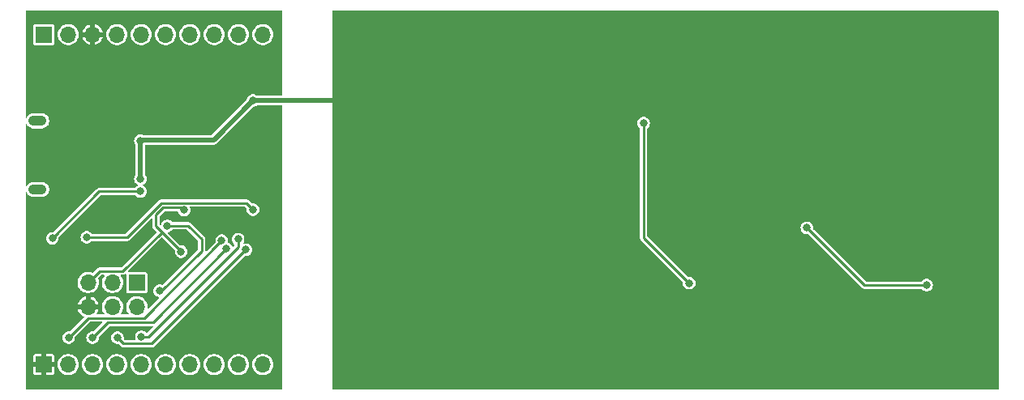
<source format=gbl>
G04 #@! TF.GenerationSoftware,KiCad,Pcbnew,8.0.1*
G04 #@! TF.CreationDate,2024-04-10T03:36:54-04:00*
G04 #@! TF.ProjectId,ieee_pcb_workshop,69656565-5f70-4636-925f-776f726b7368,rev?*
G04 #@! TF.SameCoordinates,Original*
G04 #@! TF.FileFunction,Copper,L2,Bot*
G04 #@! TF.FilePolarity,Positive*
%FSLAX46Y46*%
G04 Gerber Fmt 4.6, Leading zero omitted, Abs format (unit mm)*
G04 Created by KiCad (PCBNEW 8.0.1) date 2024-04-10 03:36:54*
%MOMM*%
%LPD*%
G01*
G04 APERTURE LIST*
G04 #@! TA.AperFunction,ComponentPad*
%ADD10R,1.700000X1.700000*%
G04 #@! TD*
G04 #@! TA.AperFunction,ComponentPad*
%ADD11O,1.700000X1.700000*%
G04 #@! TD*
G04 #@! TA.AperFunction,ComponentPad*
%ADD12O,1.900000X1.050000*%
G04 #@! TD*
G04 #@! TA.AperFunction,ViaPad*
%ADD13C,0.800000*%
G04 #@! TD*
G04 #@! TA.AperFunction,Conductor*
%ADD14C,0.500000*%
G04 #@! TD*
G04 #@! TA.AperFunction,Conductor*
%ADD15C,0.400000*%
G04 #@! TD*
G04 #@! TA.AperFunction,Conductor*
%ADD16C,0.250000*%
G04 #@! TD*
G04 APERTURE END LIST*
D10*
X59817000Y-153924000D03*
D11*
X59817000Y-156464000D03*
X57277000Y-153924000D03*
X57277000Y-156464000D03*
X54737000Y-153924000D03*
X54737000Y-156464000D03*
D10*
X50130000Y-128000000D03*
D11*
X52670000Y-128000000D03*
X55210000Y-128000000D03*
X57750000Y-128000000D03*
X60290000Y-128000000D03*
X62830000Y-128000000D03*
X65370000Y-128000000D03*
X67910000Y-128000000D03*
X70450000Y-128000000D03*
X72990000Y-128000000D03*
D10*
X50130000Y-162500000D03*
D11*
X52670000Y-162500000D03*
X55210000Y-162500000D03*
X57750000Y-162500000D03*
X60290000Y-162500000D03*
X62830000Y-162500000D03*
X65370000Y-162500000D03*
X67910000Y-162500000D03*
X70450000Y-162500000D03*
X72990000Y-162500000D03*
D12*
X49459000Y-137032000D03*
X49459000Y-144182000D03*
D13*
X145500000Y-156000000D03*
X88500000Y-155000000D03*
X135000000Y-142000000D03*
X128000000Y-135000000D03*
X143500000Y-152500000D03*
X143500000Y-137500000D03*
X60200000Y-143100000D03*
X96250000Y-145000000D03*
X91000000Y-152250000D03*
X108500000Y-137250000D03*
X104000000Y-156000000D03*
X105500000Y-147250000D03*
X135000000Y-137000000D03*
X128000000Y-146250000D03*
X143500000Y-147500000D03*
X119000000Y-147250000D03*
X119000000Y-137250000D03*
X82000000Y-135000000D03*
X107000000Y-142250000D03*
X119000000Y-152250000D03*
X83500000Y-140000000D03*
X86500000Y-150000000D03*
X71950000Y-134900000D03*
X103914569Y-152232914D03*
X99500000Y-150000000D03*
X143500000Y-142500000D03*
X119000000Y-142250000D03*
X121000000Y-156000000D03*
X60200000Y-139100000D03*
X85000000Y-145000000D03*
X58600000Y-133200000D03*
X60800000Y-148850000D03*
X67400000Y-156400000D03*
X59000000Y-145700000D03*
X54000000Y-142000000D03*
X67800000Y-142200000D03*
X72800000Y-152400000D03*
X56400000Y-129200000D03*
X72600000Y-131800000D03*
X50500000Y-158100000D03*
X68900000Y-146400000D03*
X54600000Y-149200000D03*
X71950000Y-146300000D03*
X60200000Y-144400000D03*
X51000000Y-149300000D03*
X64750000Y-146350000D03*
X64450000Y-150700000D03*
X117500000Y-154000000D03*
X112750000Y-137250000D03*
X52700000Y-159700000D03*
X68684500Y-149535871D03*
X69196991Y-150393982D03*
X55200000Y-159700000D03*
X60300000Y-159600000D03*
X70400000Y-149400000D03*
X71200000Y-150500000D03*
X57800000Y-159700000D03*
X63000000Y-148000000D03*
X62200000Y-154800000D03*
X129800000Y-148200000D03*
X142300000Y-154200000D03*
D14*
X60200000Y-139100000D02*
X60200000Y-143100000D01*
X67850000Y-139000000D02*
X60200000Y-139000000D01*
X71950000Y-134900000D02*
X81900000Y-134900000D01*
X71950000Y-134900000D02*
X67850000Y-139000000D01*
D15*
X81900000Y-134900000D02*
X82000000Y-135000000D01*
D16*
X62375000Y-145625000D02*
X71275000Y-145625000D01*
X71275000Y-145625000D02*
X71950000Y-146300000D01*
X54600000Y-149200000D02*
X58800000Y-149200000D01*
X58800000Y-149200000D02*
X62375000Y-145625000D01*
X55900000Y-144400000D02*
X51000000Y-149300000D01*
X60200000Y-144400000D02*
X55900000Y-144400000D01*
X64450000Y-150650000D02*
X64450000Y-150700000D01*
X54737000Y-153924000D02*
X55912000Y-152749000D01*
X55912000Y-152749000D02*
X58351000Y-152749000D01*
X61800000Y-146836396D02*
X61800000Y-148000000D01*
X61800000Y-148000000D02*
X62450000Y-148650000D01*
X58351000Y-152749000D02*
X62450000Y-148650000D01*
X62450000Y-148650000D02*
X64450000Y-150650000D01*
X64475000Y-146075000D02*
X62561396Y-146075000D01*
X64750000Y-146350000D02*
X64475000Y-146075000D01*
X62561396Y-146075000D02*
X61800000Y-146836396D01*
X117500000Y-154000000D02*
X112750000Y-149250000D01*
X112750000Y-149250000D02*
X112750000Y-137250000D01*
X52700000Y-159700000D02*
X54761000Y-157639000D01*
X60581371Y-157639000D02*
X68684500Y-149535871D01*
X54761000Y-157639000D02*
X60581371Y-157639000D01*
X55200000Y-159700000D02*
X56811000Y-158089000D01*
X61501973Y-158089000D02*
X69196991Y-150393982D01*
X56811000Y-158089000D02*
X61501973Y-158089000D01*
X60300000Y-159600000D02*
X61016278Y-159600000D01*
X70400000Y-150216278D02*
X70400000Y-149400000D01*
X61016278Y-159600000D02*
X70400000Y-150216278D01*
X61375000Y-160325000D02*
X71200000Y-150500000D01*
X58425000Y-160325000D02*
X61375000Y-160325000D01*
X57800000Y-159700000D02*
X58425000Y-160325000D01*
X66600000Y-149400000D02*
X66600000Y-150600000D01*
X66600000Y-150600000D02*
X62400000Y-154800000D01*
X62200000Y-154800000D02*
X62400000Y-154800000D01*
X63000000Y-148000000D02*
X65200000Y-148000000D01*
X65200000Y-148000000D02*
X66600000Y-149400000D01*
X135800000Y-154200000D02*
X142300000Y-154200000D01*
X129800000Y-148200000D02*
X135800000Y-154200000D01*
G04 #@! TA.AperFunction,Conductor*
G36*
X149787194Y-125510806D02*
G01*
X149805500Y-125555000D01*
X149805500Y-165029000D01*
X149787194Y-165073194D01*
X149743000Y-165091500D01*
X80312500Y-165091500D01*
X80268306Y-165073194D01*
X80250000Y-165029000D01*
X80250000Y-137250003D01*
X112090693Y-137250003D01*
X112109849Y-137407774D01*
X112109851Y-137407785D01*
X112166212Y-137556394D01*
X112256499Y-137687198D01*
X112256502Y-137687201D01*
X112349445Y-137769542D01*
X112370386Y-137812549D01*
X112370500Y-137816323D01*
X112370500Y-149196196D01*
X112370499Y-149196214D01*
X112370499Y-149299966D01*
X112390896Y-149376084D01*
X112390896Y-149376085D01*
X112396360Y-149396479D01*
X112396364Y-149396488D01*
X112446321Y-149483015D01*
X112446328Y-149483024D01*
X112520536Y-149557232D01*
X112520550Y-149557244D01*
X116832450Y-153869144D01*
X116850756Y-153913338D01*
X116850300Y-153920871D01*
X116840693Y-153999997D01*
X116840693Y-154000003D01*
X116859849Y-154157774D01*
X116859851Y-154157785D01*
X116916212Y-154306394D01*
X117006499Y-154437198D01*
X117006503Y-154437202D01*
X117125468Y-154542597D01*
X117125470Y-154542599D01*
X117266205Y-154616462D01*
X117266207Y-154616463D01*
X117420529Y-154654500D01*
X117579471Y-154654500D01*
X117733793Y-154616463D01*
X117874529Y-154542599D01*
X117993498Y-154437201D01*
X118083787Y-154306395D01*
X118140149Y-154157782D01*
X118154181Y-154042218D01*
X118159307Y-154000003D01*
X118159307Y-153999996D01*
X118140150Y-153842225D01*
X118140148Y-153842214D01*
X118083787Y-153693605D01*
X117993500Y-153562801D01*
X117993496Y-153562797D01*
X117874531Y-153457402D01*
X117874529Y-153457400D01*
X117733794Y-153383537D01*
X117579474Y-153345500D01*
X117579471Y-153345500D01*
X117420529Y-153345500D01*
X117420528Y-153345500D01*
X117416773Y-153345956D01*
X117416480Y-153343541D01*
X117376572Y-153337364D01*
X117364848Y-153328154D01*
X113147806Y-149111112D01*
X113129500Y-149066918D01*
X113129500Y-148200003D01*
X129140693Y-148200003D01*
X129159849Y-148357774D01*
X129159851Y-148357785D01*
X129216212Y-148506394D01*
X129306499Y-148637198D01*
X129306503Y-148637202D01*
X129425468Y-148742597D01*
X129425470Y-148742599D01*
X129566205Y-148816462D01*
X129566207Y-148816463D01*
X129720529Y-148854500D01*
X129879468Y-148854500D01*
X129879471Y-148854500D01*
X129879473Y-148854499D01*
X129883222Y-148854044D01*
X129883522Y-148856515D01*
X129923240Y-148862522D01*
X129935151Y-148871845D01*
X135494136Y-154430830D01*
X135494141Y-154430836D01*
X135496324Y-154433019D01*
X135566981Y-154503676D01*
X135566983Y-154503677D01*
X135566984Y-154503678D01*
X135634396Y-154542599D01*
X135634397Y-154542599D01*
X135653514Y-154553636D01*
X135653516Y-154553636D01*
X135653518Y-154553638D01*
X135653519Y-154553638D01*
X135653521Y-154553639D01*
X135712581Y-154569463D01*
X135750038Y-154579500D01*
X135849962Y-154579500D01*
X141733871Y-154579500D01*
X141778065Y-154597806D01*
X141785307Y-154606495D01*
X141806502Y-154637201D01*
X141806503Y-154637202D01*
X141925468Y-154742597D01*
X141925470Y-154742599D01*
X142066205Y-154816462D01*
X142066207Y-154816463D01*
X142220529Y-154854500D01*
X142379471Y-154854500D01*
X142533793Y-154816463D01*
X142674529Y-154742599D01*
X142793498Y-154637201D01*
X142883787Y-154506395D01*
X142940149Y-154357782D01*
X142940150Y-154357774D01*
X142959307Y-154200003D01*
X142959307Y-154199996D01*
X142940150Y-154042225D01*
X142940148Y-154042214D01*
X142883787Y-153893605D01*
X142793500Y-153762801D01*
X142793496Y-153762797D01*
X142674531Y-153657402D01*
X142674529Y-153657400D01*
X142533794Y-153583537D01*
X142379474Y-153545500D01*
X142379471Y-153545500D01*
X142220529Y-153545500D01*
X142220525Y-153545500D01*
X142066205Y-153583537D01*
X141925470Y-153657400D01*
X141925468Y-153657402D01*
X141806503Y-153762797D01*
X141806502Y-153762798D01*
X141785307Y-153793505D01*
X141745136Y-153819476D01*
X141733871Y-153820500D01*
X135983082Y-153820500D01*
X135938888Y-153802194D01*
X130467549Y-148330855D01*
X130449243Y-148286661D01*
X130449699Y-148279127D01*
X130459307Y-148200002D01*
X130459307Y-148199997D01*
X130440150Y-148042225D01*
X130440148Y-148042214D01*
X130383787Y-147893605D01*
X130293500Y-147762801D01*
X130293496Y-147762797D01*
X130174531Y-147657402D01*
X130174529Y-147657400D01*
X130033794Y-147583537D01*
X129879474Y-147545500D01*
X129879471Y-147545500D01*
X129720529Y-147545500D01*
X129720525Y-147545500D01*
X129566205Y-147583537D01*
X129425470Y-147657400D01*
X129425468Y-147657402D01*
X129306503Y-147762797D01*
X129306499Y-147762801D01*
X129216212Y-147893605D01*
X129159851Y-148042214D01*
X129159849Y-148042225D01*
X129140693Y-148199996D01*
X129140693Y-148200003D01*
X113129500Y-148200003D01*
X113129500Y-137816323D01*
X113147806Y-137772129D01*
X113150540Y-137769554D01*
X113243498Y-137687201D01*
X113333787Y-137556395D01*
X113390149Y-137407782D01*
X113409307Y-137250000D01*
X113390149Y-137092218D01*
X113390148Y-137092216D01*
X113390148Y-137092214D01*
X113333787Y-136943605D01*
X113243500Y-136812801D01*
X113243496Y-136812797D01*
X113124531Y-136707402D01*
X113124529Y-136707400D01*
X112983794Y-136633537D01*
X112829474Y-136595500D01*
X112829471Y-136595500D01*
X112670529Y-136595500D01*
X112670525Y-136595500D01*
X112516205Y-136633537D01*
X112375470Y-136707400D01*
X112375468Y-136707402D01*
X112256503Y-136812797D01*
X112256499Y-136812801D01*
X112166212Y-136943605D01*
X112109851Y-137092214D01*
X112109849Y-137092225D01*
X112090693Y-137249996D01*
X112090693Y-137250003D01*
X80250000Y-137250003D01*
X80250000Y-125555000D01*
X80268306Y-125510806D01*
X80312500Y-125492500D01*
X149743000Y-125492500D01*
X149787194Y-125510806D01*
G37*
G04 #@! TD.AperFunction*
G04 #@! TA.AperFunction,Conductor*
G36*
X74981694Y-125510806D02*
G01*
X75000000Y-125555000D01*
X75000000Y-134333000D01*
X74981694Y-134377194D01*
X74937500Y-134395500D01*
X72391237Y-134395500D01*
X72349792Y-134379782D01*
X72324528Y-134357400D01*
X72183794Y-134283537D01*
X72029474Y-134245500D01*
X72029471Y-134245500D01*
X71870529Y-134245500D01*
X71870525Y-134245500D01*
X71716205Y-134283537D01*
X71575470Y-134357400D01*
X71575468Y-134357402D01*
X71456503Y-134462797D01*
X71456499Y-134462801D01*
X71366212Y-134593605D01*
X71309851Y-134742214D01*
X71309849Y-134742224D01*
X71300777Y-134816940D01*
X71282927Y-134853600D01*
X67659335Y-138477194D01*
X67615141Y-138495500D01*
X60471991Y-138495500D01*
X60442946Y-138488341D01*
X60433793Y-138483537D01*
X60279474Y-138445500D01*
X60279471Y-138445500D01*
X60120529Y-138445500D01*
X60120525Y-138445500D01*
X59966205Y-138483537D01*
X59825470Y-138557400D01*
X59825468Y-138557402D01*
X59706503Y-138662797D01*
X59706499Y-138662801D01*
X59616212Y-138793605D01*
X59559851Y-138942214D01*
X59559849Y-138942225D01*
X59540693Y-139099996D01*
X59540693Y-139100003D01*
X59559849Y-139257774D01*
X59559851Y-139257785D01*
X59616211Y-139406392D01*
X59616212Y-139406394D01*
X59616213Y-139406395D01*
X59684436Y-139505233D01*
X59695500Y-139540736D01*
X59695500Y-142659262D01*
X59684436Y-142694766D01*
X59616212Y-142793605D01*
X59559851Y-142942214D01*
X59559849Y-142942225D01*
X59540693Y-143099996D01*
X59540693Y-143100003D01*
X59559849Y-143257774D01*
X59559851Y-143257785D01*
X59616212Y-143406394D01*
X59706499Y-143537198D01*
X59706503Y-143537202D01*
X59825468Y-143642597D01*
X59825470Y-143642599D01*
X59924662Y-143694659D01*
X59955287Y-143731406D01*
X59950958Y-143779045D01*
X59924662Y-143805341D01*
X59825470Y-143857400D01*
X59825468Y-143857402D01*
X59706503Y-143962797D01*
X59706502Y-143962798D01*
X59685307Y-143993505D01*
X59645136Y-144019476D01*
X59633871Y-144020500D01*
X55850038Y-144020500D01*
X55850037Y-144020500D01*
X55850031Y-144020501D01*
X55753521Y-144046360D01*
X55753518Y-144046361D01*
X55666979Y-144096325D01*
X55666976Y-144096328D01*
X55596324Y-144166981D01*
X55596322Y-144166983D01*
X51135150Y-148628154D01*
X51090956Y-148646460D01*
X51083278Y-148645528D01*
X51083227Y-148645956D01*
X51079471Y-148645500D01*
X50920529Y-148645500D01*
X50920525Y-148645500D01*
X50766205Y-148683537D01*
X50625470Y-148757400D01*
X50625468Y-148757402D01*
X50506503Y-148862797D01*
X50506499Y-148862801D01*
X50416212Y-148993605D01*
X50359851Y-149142214D01*
X50359849Y-149142225D01*
X50340693Y-149299996D01*
X50340693Y-149300003D01*
X50359849Y-149457774D01*
X50359851Y-149457785D01*
X50416212Y-149606394D01*
X50506499Y-149737198D01*
X50506503Y-149737202D01*
X50625468Y-149842597D01*
X50625470Y-149842599D01*
X50766205Y-149916462D01*
X50766207Y-149916463D01*
X50920529Y-149954500D01*
X51079471Y-149954500D01*
X51233793Y-149916463D01*
X51374529Y-149842599D01*
X51493498Y-149737201D01*
X51583787Y-149606395D01*
X51640149Y-149457782D01*
X51647165Y-149400000D01*
X51659307Y-149300003D01*
X51659307Y-149299997D01*
X51649699Y-149220871D01*
X51662544Y-149174792D01*
X51667541Y-149169151D01*
X56038888Y-144797806D01*
X56083082Y-144779500D01*
X59633871Y-144779500D01*
X59678065Y-144797806D01*
X59685307Y-144806495D01*
X59706502Y-144837201D01*
X59706503Y-144837202D01*
X59825468Y-144942597D01*
X59825470Y-144942599D01*
X59966205Y-145016462D01*
X59966207Y-145016463D01*
X60120529Y-145054500D01*
X60279471Y-145054500D01*
X60433793Y-145016463D01*
X60574529Y-144942599D01*
X60693498Y-144837201D01*
X60783787Y-144706395D01*
X60840149Y-144557782D01*
X60845773Y-144511461D01*
X60859307Y-144400003D01*
X60859307Y-144399996D01*
X60840150Y-144242225D01*
X60840148Y-144242214D01*
X60783787Y-144093605D01*
X60693500Y-143962801D01*
X60693496Y-143962797D01*
X60574531Y-143857402D01*
X60574529Y-143857401D01*
X60475337Y-143805341D01*
X60444712Y-143768594D01*
X60449041Y-143720955D01*
X60475337Y-143694659D01*
X60493554Y-143685098D01*
X60574529Y-143642599D01*
X60693498Y-143537201D01*
X60783787Y-143406395D01*
X60840149Y-143257782D01*
X60859307Y-143100000D01*
X60840149Y-142942218D01*
X60840148Y-142942216D01*
X60840148Y-142942214D01*
X60783787Y-142793605D01*
X60715564Y-142694766D01*
X60704500Y-142659262D01*
X60704500Y-139567000D01*
X60722806Y-139522806D01*
X60767000Y-139504500D01*
X67916418Y-139504500D01*
X67916419Y-139504500D01*
X68044730Y-139470119D01*
X68044732Y-139470117D01*
X68044734Y-139470117D01*
X68057242Y-139462894D01*
X68086837Y-139445808D01*
X68159770Y-139403701D01*
X71990887Y-135572583D01*
X72025840Y-135555565D01*
X72025801Y-135555405D01*
X72026549Y-135555220D01*
X72027551Y-135554733D01*
X72029466Y-135554500D01*
X72029471Y-135554500D01*
X72183793Y-135516463D01*
X72324529Y-135442599D01*
X72349792Y-135420218D01*
X72391237Y-135404500D01*
X74937500Y-135404500D01*
X74981694Y-135422806D01*
X75000000Y-135467000D01*
X75000000Y-165029000D01*
X74981694Y-165073194D01*
X74937500Y-165091500D01*
X48269000Y-165091500D01*
X48224806Y-165073194D01*
X48206500Y-165029000D01*
X48206500Y-162250000D01*
X49026000Y-162250000D01*
X49696988Y-162250000D01*
X49664075Y-162307007D01*
X49630000Y-162434174D01*
X49630000Y-162565826D01*
X49664075Y-162692993D01*
X49696988Y-162750000D01*
X49026001Y-162750000D01*
X49026001Y-163375018D01*
X49040736Y-163449104D01*
X49040738Y-163449108D01*
X49096876Y-163533123D01*
X49180891Y-163589261D01*
X49180895Y-163589263D01*
X49254982Y-163603999D01*
X49880000Y-163603999D01*
X49880000Y-162933012D01*
X49937007Y-162965925D01*
X50064174Y-163000000D01*
X50195826Y-163000000D01*
X50322993Y-162965925D01*
X50380000Y-162933012D01*
X50380000Y-163603999D01*
X51005015Y-163603999D01*
X51005018Y-163603998D01*
X51079104Y-163589263D01*
X51079108Y-163589261D01*
X51163123Y-163533123D01*
X51219261Y-163449108D01*
X51219263Y-163449104D01*
X51233999Y-163375017D01*
X51234000Y-163375017D01*
X51234000Y-162750000D01*
X50563012Y-162750000D01*
X50595925Y-162692993D01*
X50630000Y-162565826D01*
X50630000Y-162500004D01*
X51560768Y-162500004D01*
X51579653Y-162703813D01*
X51579655Y-162703825D01*
X51635501Y-162900099D01*
X51635672Y-162900701D01*
X51726912Y-163083935D01*
X51726913Y-163083936D01*
X51726915Y-163083940D01*
X51850259Y-163247275D01*
X51850264Y-163247280D01*
X51850268Y-163247285D01*
X51952870Y-163340819D01*
X52001533Y-163385182D01*
X52001534Y-163385183D01*
X52001538Y-163385186D01*
X52175573Y-163492944D01*
X52366444Y-163566888D01*
X52567653Y-163604500D01*
X52567656Y-163604500D01*
X52772344Y-163604500D01*
X52772347Y-163604500D01*
X52973556Y-163566888D01*
X53164427Y-163492944D01*
X53338462Y-163385186D01*
X53489732Y-163247285D01*
X53613088Y-163083935D01*
X53704328Y-162900701D01*
X53760345Y-162703821D01*
X53760346Y-162703813D01*
X53779232Y-162500004D01*
X54100768Y-162500004D01*
X54119653Y-162703813D01*
X54119655Y-162703825D01*
X54175501Y-162900099D01*
X54175672Y-162900701D01*
X54266912Y-163083935D01*
X54266913Y-163083936D01*
X54266915Y-163083940D01*
X54390259Y-163247275D01*
X54390264Y-163247280D01*
X54390268Y-163247285D01*
X54492870Y-163340819D01*
X54541533Y-163385182D01*
X54541534Y-163385183D01*
X54541538Y-163385186D01*
X54715573Y-163492944D01*
X54906444Y-163566888D01*
X55107653Y-163604500D01*
X55107656Y-163604500D01*
X55312344Y-163604500D01*
X55312347Y-163604500D01*
X55513556Y-163566888D01*
X55704427Y-163492944D01*
X55878462Y-163385186D01*
X56029732Y-163247285D01*
X56153088Y-163083935D01*
X56244328Y-162900701D01*
X56300345Y-162703821D01*
X56300346Y-162703813D01*
X56319232Y-162500004D01*
X56640768Y-162500004D01*
X56659653Y-162703813D01*
X56659655Y-162703825D01*
X56715501Y-162900099D01*
X56715672Y-162900701D01*
X56806912Y-163083935D01*
X56806913Y-163083936D01*
X56806915Y-163083940D01*
X56930259Y-163247275D01*
X56930264Y-163247280D01*
X56930268Y-163247285D01*
X57032870Y-163340819D01*
X57081533Y-163385182D01*
X57081534Y-163385183D01*
X57081538Y-163385186D01*
X57255573Y-163492944D01*
X57446444Y-163566888D01*
X57647653Y-163604500D01*
X57647656Y-163604500D01*
X57852344Y-163604500D01*
X57852347Y-163604500D01*
X58053556Y-163566888D01*
X58244427Y-163492944D01*
X58418462Y-163385186D01*
X58569732Y-163247285D01*
X58693088Y-163083935D01*
X58784328Y-162900701D01*
X58840345Y-162703821D01*
X58840346Y-162703813D01*
X58859232Y-162500004D01*
X59180768Y-162500004D01*
X59199653Y-162703813D01*
X59199655Y-162703825D01*
X59255501Y-162900099D01*
X59255672Y-162900701D01*
X59346912Y-163083935D01*
X59346913Y-163083936D01*
X59346915Y-163083940D01*
X59470259Y-163247275D01*
X59470264Y-163247280D01*
X59470268Y-163247285D01*
X59572870Y-163340819D01*
X59621533Y-163385182D01*
X59621534Y-163385183D01*
X59621538Y-163385186D01*
X59795573Y-163492944D01*
X59986444Y-163566888D01*
X60187653Y-163604500D01*
X60187656Y-163604500D01*
X60392344Y-163604500D01*
X60392347Y-163604500D01*
X60593556Y-163566888D01*
X60784427Y-163492944D01*
X60958462Y-163385186D01*
X61109732Y-163247285D01*
X61233088Y-163083935D01*
X61324328Y-162900701D01*
X61380345Y-162703821D01*
X61380346Y-162703813D01*
X61399232Y-162500004D01*
X61720768Y-162500004D01*
X61739653Y-162703813D01*
X61739655Y-162703825D01*
X61795501Y-162900099D01*
X61795672Y-162900701D01*
X61886912Y-163083935D01*
X61886913Y-163083936D01*
X61886915Y-163083940D01*
X62010259Y-163247275D01*
X62010264Y-163247280D01*
X62010268Y-163247285D01*
X62112870Y-163340819D01*
X62161533Y-163385182D01*
X62161534Y-163385183D01*
X62161538Y-163385186D01*
X62335573Y-163492944D01*
X62526444Y-163566888D01*
X62727653Y-163604500D01*
X62727656Y-163604500D01*
X62932344Y-163604500D01*
X62932347Y-163604500D01*
X63133556Y-163566888D01*
X63324427Y-163492944D01*
X63498462Y-163385186D01*
X63649732Y-163247285D01*
X63773088Y-163083935D01*
X63864328Y-162900701D01*
X63920345Y-162703821D01*
X63920346Y-162703813D01*
X63939232Y-162500004D01*
X64260768Y-162500004D01*
X64279653Y-162703813D01*
X64279655Y-162703825D01*
X64335501Y-162900099D01*
X64335672Y-162900701D01*
X64426912Y-163083935D01*
X64426913Y-163083936D01*
X64426915Y-163083940D01*
X64550259Y-163247275D01*
X64550264Y-163247280D01*
X64550268Y-163247285D01*
X64652870Y-163340819D01*
X64701533Y-163385182D01*
X64701534Y-163385183D01*
X64701538Y-163385186D01*
X64875573Y-163492944D01*
X65066444Y-163566888D01*
X65267653Y-163604500D01*
X65267656Y-163604500D01*
X65472344Y-163604500D01*
X65472347Y-163604500D01*
X65673556Y-163566888D01*
X65864427Y-163492944D01*
X66038462Y-163385186D01*
X66189732Y-163247285D01*
X66313088Y-163083935D01*
X66404328Y-162900701D01*
X66460345Y-162703821D01*
X66460346Y-162703813D01*
X66479232Y-162500004D01*
X66800768Y-162500004D01*
X66819653Y-162703813D01*
X66819655Y-162703825D01*
X66875501Y-162900099D01*
X66875672Y-162900701D01*
X66966912Y-163083935D01*
X66966913Y-163083936D01*
X66966915Y-163083940D01*
X67090259Y-163247275D01*
X67090264Y-163247280D01*
X67090268Y-163247285D01*
X67192870Y-163340819D01*
X67241533Y-163385182D01*
X67241534Y-163385183D01*
X67241538Y-163385186D01*
X67415573Y-163492944D01*
X67606444Y-163566888D01*
X67807653Y-163604500D01*
X67807656Y-163604500D01*
X68012344Y-163604500D01*
X68012347Y-163604500D01*
X68213556Y-163566888D01*
X68404427Y-163492944D01*
X68578462Y-163385186D01*
X68729732Y-163247285D01*
X68853088Y-163083935D01*
X68944328Y-162900701D01*
X69000345Y-162703821D01*
X69000346Y-162703813D01*
X69019232Y-162500004D01*
X69340768Y-162500004D01*
X69359653Y-162703813D01*
X69359655Y-162703825D01*
X69415501Y-162900099D01*
X69415672Y-162900701D01*
X69506912Y-163083935D01*
X69506913Y-163083936D01*
X69506915Y-163083940D01*
X69630259Y-163247275D01*
X69630264Y-163247280D01*
X69630268Y-163247285D01*
X69732870Y-163340819D01*
X69781533Y-163385182D01*
X69781534Y-163385183D01*
X69781538Y-163385186D01*
X69955573Y-163492944D01*
X70146444Y-163566888D01*
X70347653Y-163604500D01*
X70347656Y-163604500D01*
X70552344Y-163604500D01*
X70552347Y-163604500D01*
X70753556Y-163566888D01*
X70944427Y-163492944D01*
X71118462Y-163385186D01*
X71269732Y-163247285D01*
X71393088Y-163083935D01*
X71484328Y-162900701D01*
X71540345Y-162703821D01*
X71540346Y-162703813D01*
X71559232Y-162500004D01*
X71880768Y-162500004D01*
X71899653Y-162703813D01*
X71899655Y-162703825D01*
X71955501Y-162900099D01*
X71955672Y-162900701D01*
X72046912Y-163083935D01*
X72046913Y-163083936D01*
X72046915Y-163083940D01*
X72170259Y-163247275D01*
X72170264Y-163247280D01*
X72170268Y-163247285D01*
X72272870Y-163340819D01*
X72321533Y-163385182D01*
X72321534Y-163385183D01*
X72321538Y-163385186D01*
X72495573Y-163492944D01*
X72686444Y-163566888D01*
X72887653Y-163604500D01*
X72887656Y-163604500D01*
X73092344Y-163604500D01*
X73092347Y-163604500D01*
X73293556Y-163566888D01*
X73484427Y-163492944D01*
X73658462Y-163385186D01*
X73809732Y-163247285D01*
X73933088Y-163083935D01*
X74024328Y-162900701D01*
X74080345Y-162703821D01*
X74080346Y-162703813D01*
X74099232Y-162500004D01*
X74099232Y-162499995D01*
X74080346Y-162296186D01*
X74080344Y-162296174D01*
X74024499Y-162099901D01*
X74024328Y-162099299D01*
X73933088Y-161916065D01*
X73933085Y-161916061D01*
X73933084Y-161916059D01*
X73809740Y-161752724D01*
X73809735Y-161752719D01*
X73809732Y-161752715D01*
X73714834Y-161666204D01*
X73658466Y-161614817D01*
X73658463Y-161614815D01*
X73658462Y-161614814D01*
X73484427Y-161507056D01*
X73484425Y-161507055D01*
X73428948Y-161485563D01*
X73293556Y-161433112D01*
X73293553Y-161433111D01*
X73293552Y-161433111D01*
X73092351Y-161395500D01*
X73092347Y-161395500D01*
X72887653Y-161395500D01*
X72887648Y-161395500D01*
X72686447Y-161433111D01*
X72495574Y-161507055D01*
X72321533Y-161614817D01*
X72170266Y-161752717D01*
X72170259Y-161752724D01*
X72046915Y-161916059D01*
X72046912Y-161916065D01*
X71955672Y-162099298D01*
X71899655Y-162296174D01*
X71899653Y-162296186D01*
X71880768Y-162499995D01*
X71880768Y-162500004D01*
X71559232Y-162500004D01*
X71559232Y-162499995D01*
X71540346Y-162296186D01*
X71540344Y-162296174D01*
X71484499Y-162099901D01*
X71484328Y-162099299D01*
X71393088Y-161916065D01*
X71393085Y-161916061D01*
X71393084Y-161916059D01*
X71269740Y-161752724D01*
X71269735Y-161752719D01*
X71269732Y-161752715D01*
X71174834Y-161666204D01*
X71118466Y-161614817D01*
X71118463Y-161614815D01*
X71118462Y-161614814D01*
X70944427Y-161507056D01*
X70944425Y-161507055D01*
X70888948Y-161485563D01*
X70753556Y-161433112D01*
X70753553Y-161433111D01*
X70753552Y-161433111D01*
X70552351Y-161395500D01*
X70552347Y-161395500D01*
X70347653Y-161395500D01*
X70347648Y-161395500D01*
X70146447Y-161433111D01*
X69955574Y-161507055D01*
X69781533Y-161614817D01*
X69630266Y-161752717D01*
X69630259Y-161752724D01*
X69506915Y-161916059D01*
X69506912Y-161916065D01*
X69415672Y-162099298D01*
X69359655Y-162296174D01*
X69359653Y-162296186D01*
X69340768Y-162499995D01*
X69340768Y-162500004D01*
X69019232Y-162500004D01*
X69019232Y-162499995D01*
X69000346Y-162296186D01*
X69000344Y-162296174D01*
X68944499Y-162099901D01*
X68944328Y-162099299D01*
X68853088Y-161916065D01*
X68853085Y-161916061D01*
X68853084Y-161916059D01*
X68729740Y-161752724D01*
X68729735Y-161752719D01*
X68729732Y-161752715D01*
X68634834Y-161666204D01*
X68578466Y-161614817D01*
X68578463Y-161614815D01*
X68578462Y-161614814D01*
X68404427Y-161507056D01*
X68404425Y-161507055D01*
X68348948Y-161485563D01*
X68213556Y-161433112D01*
X68213553Y-161433111D01*
X68213552Y-161433111D01*
X68012351Y-161395500D01*
X68012347Y-161395500D01*
X67807653Y-161395500D01*
X67807648Y-161395500D01*
X67606447Y-161433111D01*
X67415574Y-161507055D01*
X67241533Y-161614817D01*
X67090266Y-161752717D01*
X67090259Y-161752724D01*
X66966915Y-161916059D01*
X66966912Y-161916065D01*
X66875672Y-162099298D01*
X66819655Y-162296174D01*
X66819653Y-162296186D01*
X66800768Y-162499995D01*
X66800768Y-162500004D01*
X66479232Y-162500004D01*
X66479232Y-162499995D01*
X66460346Y-162296186D01*
X66460344Y-162296174D01*
X66404499Y-162099901D01*
X66404328Y-162099299D01*
X66313088Y-161916065D01*
X66313085Y-161916061D01*
X66313084Y-161916059D01*
X66189740Y-161752724D01*
X66189735Y-161752719D01*
X66189732Y-161752715D01*
X66094834Y-161666204D01*
X66038466Y-161614817D01*
X66038463Y-161614815D01*
X66038462Y-161614814D01*
X65864427Y-161507056D01*
X65864425Y-161507055D01*
X65808948Y-161485563D01*
X65673556Y-161433112D01*
X65673553Y-161433111D01*
X65673552Y-161433111D01*
X65472351Y-161395500D01*
X65472347Y-161395500D01*
X65267653Y-161395500D01*
X65267648Y-161395500D01*
X65066447Y-161433111D01*
X64875574Y-161507055D01*
X64701533Y-161614817D01*
X64550266Y-161752717D01*
X64550259Y-161752724D01*
X64426915Y-161916059D01*
X64426912Y-161916065D01*
X64335672Y-162099298D01*
X64279655Y-162296174D01*
X64279653Y-162296186D01*
X64260768Y-162499995D01*
X64260768Y-162500004D01*
X63939232Y-162500004D01*
X63939232Y-162499995D01*
X63920346Y-162296186D01*
X63920344Y-162296174D01*
X63864499Y-162099901D01*
X63864328Y-162099299D01*
X63773088Y-161916065D01*
X63773085Y-161916061D01*
X63773084Y-161916059D01*
X63649740Y-161752724D01*
X63649735Y-161752719D01*
X63649732Y-161752715D01*
X63554834Y-161666204D01*
X63498466Y-161614817D01*
X63498463Y-161614815D01*
X63498462Y-161614814D01*
X63324427Y-161507056D01*
X63324425Y-161507055D01*
X63268948Y-161485563D01*
X63133556Y-161433112D01*
X63133553Y-161433111D01*
X63133552Y-161433111D01*
X62932351Y-161395500D01*
X62932347Y-161395500D01*
X62727653Y-161395500D01*
X62727648Y-161395500D01*
X62526447Y-161433111D01*
X62335574Y-161507055D01*
X62161533Y-161614817D01*
X62010266Y-161752717D01*
X62010259Y-161752724D01*
X61886915Y-161916059D01*
X61886912Y-161916065D01*
X61795672Y-162099298D01*
X61739655Y-162296174D01*
X61739653Y-162296186D01*
X61720768Y-162499995D01*
X61720768Y-162500004D01*
X61399232Y-162500004D01*
X61399232Y-162499995D01*
X61380346Y-162296186D01*
X61380344Y-162296174D01*
X61324499Y-162099901D01*
X61324328Y-162099299D01*
X61233088Y-161916065D01*
X61233085Y-161916061D01*
X61233084Y-161916059D01*
X61109740Y-161752724D01*
X61109735Y-161752719D01*
X61109732Y-161752715D01*
X61014834Y-161666204D01*
X60958466Y-161614817D01*
X60958463Y-161614815D01*
X60958462Y-161614814D01*
X60784427Y-161507056D01*
X60784425Y-161507055D01*
X60728948Y-161485563D01*
X60593556Y-161433112D01*
X60593553Y-161433111D01*
X60593552Y-161433111D01*
X60392351Y-161395500D01*
X60392347Y-161395500D01*
X60187653Y-161395500D01*
X60187648Y-161395500D01*
X59986447Y-161433111D01*
X59795574Y-161507055D01*
X59621533Y-161614817D01*
X59470266Y-161752717D01*
X59470259Y-161752724D01*
X59346915Y-161916059D01*
X59346912Y-161916065D01*
X59255672Y-162099298D01*
X59199655Y-162296174D01*
X59199653Y-162296186D01*
X59180768Y-162499995D01*
X59180768Y-162500004D01*
X58859232Y-162500004D01*
X58859232Y-162499995D01*
X58840346Y-162296186D01*
X58840344Y-162296174D01*
X58784499Y-162099901D01*
X58784328Y-162099299D01*
X58693088Y-161916065D01*
X58693085Y-161916061D01*
X58693084Y-161916059D01*
X58569740Y-161752724D01*
X58569735Y-161752719D01*
X58569732Y-161752715D01*
X58474834Y-161666204D01*
X58418466Y-161614817D01*
X58418463Y-161614815D01*
X58418462Y-161614814D01*
X58244427Y-161507056D01*
X58244425Y-161507055D01*
X58188948Y-161485563D01*
X58053556Y-161433112D01*
X58053553Y-161433111D01*
X58053552Y-161433111D01*
X57852351Y-161395500D01*
X57852347Y-161395500D01*
X57647653Y-161395500D01*
X57647648Y-161395500D01*
X57446447Y-161433111D01*
X57255574Y-161507055D01*
X57081533Y-161614817D01*
X56930266Y-161752717D01*
X56930259Y-161752724D01*
X56806915Y-161916059D01*
X56806912Y-161916065D01*
X56715672Y-162099298D01*
X56659655Y-162296174D01*
X56659653Y-162296186D01*
X56640768Y-162499995D01*
X56640768Y-162500004D01*
X56319232Y-162500004D01*
X56319232Y-162499995D01*
X56300346Y-162296186D01*
X56300344Y-162296174D01*
X56244499Y-162099901D01*
X56244328Y-162099299D01*
X56153088Y-161916065D01*
X56153085Y-161916061D01*
X56153084Y-161916059D01*
X56029740Y-161752724D01*
X56029735Y-161752719D01*
X56029732Y-161752715D01*
X55934834Y-161666204D01*
X55878466Y-161614817D01*
X55878463Y-161614815D01*
X55878462Y-161614814D01*
X55704427Y-161507056D01*
X55704425Y-161507055D01*
X55648948Y-161485563D01*
X55513556Y-161433112D01*
X55513553Y-161433111D01*
X55513552Y-161433111D01*
X55312351Y-161395500D01*
X55312347Y-161395500D01*
X55107653Y-161395500D01*
X55107648Y-161395500D01*
X54906447Y-161433111D01*
X54715574Y-161507055D01*
X54541533Y-161614817D01*
X54390266Y-161752717D01*
X54390259Y-161752724D01*
X54266915Y-161916059D01*
X54266912Y-161916065D01*
X54175672Y-162099298D01*
X54119655Y-162296174D01*
X54119653Y-162296186D01*
X54100768Y-162499995D01*
X54100768Y-162500004D01*
X53779232Y-162500004D01*
X53779232Y-162499995D01*
X53760346Y-162296186D01*
X53760344Y-162296174D01*
X53704499Y-162099901D01*
X53704328Y-162099299D01*
X53613088Y-161916065D01*
X53613085Y-161916061D01*
X53613084Y-161916059D01*
X53489740Y-161752724D01*
X53489735Y-161752719D01*
X53489732Y-161752715D01*
X53394834Y-161666204D01*
X53338466Y-161614817D01*
X53338463Y-161614815D01*
X53338462Y-161614814D01*
X53164427Y-161507056D01*
X53164425Y-161507055D01*
X53108948Y-161485563D01*
X52973556Y-161433112D01*
X52973553Y-161433111D01*
X52973552Y-161433111D01*
X52772351Y-161395500D01*
X52772347Y-161395500D01*
X52567653Y-161395500D01*
X52567648Y-161395500D01*
X52366447Y-161433111D01*
X52175574Y-161507055D01*
X52001533Y-161614817D01*
X51850266Y-161752717D01*
X51850259Y-161752724D01*
X51726915Y-161916059D01*
X51726912Y-161916065D01*
X51635672Y-162099298D01*
X51579655Y-162296174D01*
X51579653Y-162296186D01*
X51560768Y-162499995D01*
X51560768Y-162500004D01*
X50630000Y-162500004D01*
X50630000Y-162434174D01*
X50595925Y-162307007D01*
X50563012Y-162250000D01*
X51233999Y-162250000D01*
X51233999Y-161624985D01*
X51233998Y-161624981D01*
X51219263Y-161550895D01*
X51219261Y-161550891D01*
X51163123Y-161466876D01*
X51079108Y-161410738D01*
X51079104Y-161410736D01*
X51005017Y-161396000D01*
X50380000Y-161396000D01*
X50380000Y-162066988D01*
X50322993Y-162034075D01*
X50195826Y-162000000D01*
X50064174Y-162000000D01*
X49937007Y-162034075D01*
X49880000Y-162066988D01*
X49880000Y-161396000D01*
X49254985Y-161396000D01*
X49254981Y-161396001D01*
X49180895Y-161410736D01*
X49180891Y-161410738D01*
X49096876Y-161466876D01*
X49040738Y-161550891D01*
X49040736Y-161550895D01*
X49026000Y-161624982D01*
X49026000Y-162250000D01*
X48206500Y-162250000D01*
X48206500Y-159700003D01*
X52040693Y-159700003D01*
X52059849Y-159857774D01*
X52059851Y-159857785D01*
X52116212Y-160006394D01*
X52206499Y-160137198D01*
X52206503Y-160137202D01*
X52325468Y-160242597D01*
X52325470Y-160242599D01*
X52466205Y-160316462D01*
X52466207Y-160316463D01*
X52620529Y-160354500D01*
X52779471Y-160354500D01*
X52933793Y-160316463D01*
X53074529Y-160242599D01*
X53193498Y-160137201D01*
X53283787Y-160006395D01*
X53325130Y-159897382D01*
X53340148Y-159857785D01*
X53340150Y-159857774D01*
X53359307Y-159700003D01*
X53359307Y-159699997D01*
X53349699Y-159620871D01*
X53362544Y-159574792D01*
X53367541Y-159569151D01*
X54899888Y-158036806D01*
X54944082Y-158018500D01*
X56193918Y-158018500D01*
X56238112Y-158036806D01*
X56256418Y-158081000D01*
X56238112Y-158125194D01*
X55335150Y-159028154D01*
X55290956Y-159046460D01*
X55283278Y-159045528D01*
X55283227Y-159045956D01*
X55279471Y-159045500D01*
X55120529Y-159045500D01*
X55120525Y-159045500D01*
X54966205Y-159083537D01*
X54825470Y-159157400D01*
X54825468Y-159157402D01*
X54706503Y-159262797D01*
X54706499Y-159262801D01*
X54616212Y-159393605D01*
X54559851Y-159542214D01*
X54559849Y-159542225D01*
X54540693Y-159699996D01*
X54540693Y-159700003D01*
X54559849Y-159857774D01*
X54559851Y-159857785D01*
X54616212Y-160006394D01*
X54706499Y-160137198D01*
X54706503Y-160137202D01*
X54825468Y-160242597D01*
X54825470Y-160242599D01*
X54966205Y-160316462D01*
X54966207Y-160316463D01*
X55120529Y-160354500D01*
X55279471Y-160354500D01*
X55433793Y-160316463D01*
X55574529Y-160242599D01*
X55693498Y-160137201D01*
X55783787Y-160006395D01*
X55825130Y-159897382D01*
X55840148Y-159857785D01*
X55840150Y-159857774D01*
X55859307Y-159700003D01*
X55859307Y-159699997D01*
X55849699Y-159620871D01*
X55862544Y-159574792D01*
X55867541Y-159569151D01*
X56949888Y-158486806D01*
X56994082Y-158468500D01*
X61448170Y-158468500D01*
X61448186Y-158468501D01*
X61460194Y-158468501D01*
X61504388Y-158486807D01*
X61522694Y-158531001D01*
X61504388Y-158575195D01*
X60896873Y-159182710D01*
X60852679Y-159201016D01*
X60808485Y-159182710D01*
X60801246Y-159174024D01*
X60793498Y-159162799D01*
X60787404Y-159157400D01*
X60674531Y-159057402D01*
X60674529Y-159057400D01*
X60533794Y-158983537D01*
X60379474Y-158945500D01*
X60379471Y-158945500D01*
X60220529Y-158945500D01*
X60220525Y-158945500D01*
X60066205Y-158983537D01*
X59925470Y-159057400D01*
X59925468Y-159057402D01*
X59806503Y-159162797D01*
X59806499Y-159162801D01*
X59716212Y-159293605D01*
X59659851Y-159442214D01*
X59659849Y-159442225D01*
X59640693Y-159599996D01*
X59640693Y-159600003D01*
X59659849Y-159757774D01*
X59659850Y-159757778D01*
X59659850Y-159757779D01*
X59659851Y-159757782D01*
X59698935Y-159860837D01*
X59697490Y-159908651D01*
X59662659Y-159941439D01*
X59640496Y-159945500D01*
X58608082Y-159945500D01*
X58563888Y-159927194D01*
X58467549Y-159830855D01*
X58449243Y-159786661D01*
X58449699Y-159779127D01*
X58459307Y-159700002D01*
X58459307Y-159699997D01*
X58440150Y-159542225D01*
X58440148Y-159542214D01*
X58383787Y-159393605D01*
X58293500Y-159262801D01*
X58293496Y-159262797D01*
X58174531Y-159157402D01*
X58174529Y-159157400D01*
X58033794Y-159083537D01*
X57879474Y-159045500D01*
X57879471Y-159045500D01*
X57720529Y-159045500D01*
X57720525Y-159045500D01*
X57566205Y-159083537D01*
X57425470Y-159157400D01*
X57425468Y-159157402D01*
X57306503Y-159262797D01*
X57306499Y-159262801D01*
X57216212Y-159393605D01*
X57159851Y-159542214D01*
X57159849Y-159542225D01*
X57140693Y-159699996D01*
X57140693Y-159700003D01*
X57159849Y-159857774D01*
X57159851Y-159857785D01*
X57216212Y-160006394D01*
X57306499Y-160137198D01*
X57306503Y-160137202D01*
X57425468Y-160242597D01*
X57425470Y-160242599D01*
X57566205Y-160316462D01*
X57566207Y-160316463D01*
X57720529Y-160354500D01*
X57879468Y-160354500D01*
X57879471Y-160354500D01*
X57879473Y-160354499D01*
X57883222Y-160354044D01*
X57883522Y-160356515D01*
X57923240Y-160362522D01*
X57935151Y-160371845D01*
X58119136Y-160555830D01*
X58119141Y-160555836D01*
X58121324Y-160558019D01*
X58191981Y-160628676D01*
X58278518Y-160678638D01*
X58278521Y-160678639D01*
X58298914Y-160684103D01*
X58375038Y-160704500D01*
X58474962Y-160704500D01*
X61321197Y-160704500D01*
X61321213Y-160704501D01*
X61325038Y-160704501D01*
X61424959Y-160704501D01*
X61424962Y-160704501D01*
X61501084Y-160684103D01*
X61501085Y-160684103D01*
X61521478Y-160678639D01*
X61521477Y-160678639D01*
X61521482Y-160678638D01*
X61608019Y-160628676D01*
X61678676Y-160558019D01*
X61678676Y-160558017D01*
X61683817Y-160552877D01*
X61683821Y-160552872D01*
X71064849Y-151171843D01*
X71109042Y-151153538D01*
X71116726Y-151154483D01*
X71116780Y-151154044D01*
X71120525Y-151154499D01*
X71120529Y-151154500D01*
X71120533Y-151154500D01*
X71279471Y-151154500D01*
X71433793Y-151116463D01*
X71574529Y-151042599D01*
X71693498Y-150937201D01*
X71783787Y-150806395D01*
X71840149Y-150657782D01*
X71847471Y-150597480D01*
X71859307Y-150500003D01*
X71859307Y-150499996D01*
X71840150Y-150342225D01*
X71840148Y-150342214D01*
X71783787Y-150193605D01*
X71693500Y-150062801D01*
X71693496Y-150062797D01*
X71574531Y-149957402D01*
X71574529Y-149957400D01*
X71433794Y-149883537D01*
X71279474Y-149845500D01*
X71279471Y-149845500D01*
X71120529Y-149845500D01*
X71120525Y-149845500D01*
X71000061Y-149875192D01*
X70952770Y-149867994D01*
X70924420Y-149829465D01*
X70931618Y-149782174D01*
X70933649Y-149779031D01*
X70983787Y-149706395D01*
X71040149Y-149557782D01*
X71042809Y-149535873D01*
X71059307Y-149400003D01*
X71059307Y-149399996D01*
X71040150Y-149242225D01*
X71040148Y-149242214D01*
X70983787Y-149093605D01*
X70893500Y-148962801D01*
X70893496Y-148962797D01*
X70774531Y-148857402D01*
X70774529Y-148857400D01*
X70633794Y-148783537D01*
X70479474Y-148745500D01*
X70479471Y-148745500D01*
X70320529Y-148745500D01*
X70320525Y-148745500D01*
X70166205Y-148783537D01*
X70025470Y-148857400D01*
X70025468Y-148857402D01*
X69906503Y-148962797D01*
X69906499Y-148962801D01*
X69816212Y-149093605D01*
X69759851Y-149242214D01*
X69759849Y-149242225D01*
X69740693Y-149399996D01*
X69740693Y-149400003D01*
X69759849Y-149557774D01*
X69759851Y-149557782D01*
X69816212Y-149706394D01*
X69906499Y-149837198D01*
X69906502Y-149837201D01*
X69999445Y-149919542D01*
X70020386Y-149962549D01*
X70020500Y-149966323D01*
X70020500Y-150033195D01*
X70002194Y-150077389D01*
X69907210Y-150172372D01*
X69863016Y-150190678D01*
X69818822Y-150172372D01*
X69804578Y-150150343D01*
X69780778Y-150087587D01*
X69780776Y-150087585D01*
X69780776Y-150087583D01*
X69690491Y-149956783D01*
X69690487Y-149956779D01*
X69571522Y-149851384D01*
X69571520Y-149851382D01*
X69430786Y-149777519D01*
X69371606Y-149762932D01*
X69333077Y-149734581D01*
X69324520Y-149694714D01*
X69343807Y-149535873D01*
X69343807Y-149535867D01*
X69324650Y-149378096D01*
X69324648Y-149378085D01*
X69268287Y-149229476D01*
X69178000Y-149098672D01*
X69177996Y-149098668D01*
X69059031Y-148993273D01*
X69059029Y-148993271D01*
X68918294Y-148919408D01*
X68763974Y-148881371D01*
X68763971Y-148881371D01*
X68605029Y-148881371D01*
X68605025Y-148881371D01*
X68450705Y-148919408D01*
X68309970Y-148993271D01*
X68309968Y-148993273D01*
X68191003Y-149098668D01*
X68190999Y-149098672D01*
X68100712Y-149229476D01*
X68044351Y-149378085D01*
X68044349Y-149378096D01*
X68025193Y-149535867D01*
X68025193Y-149535873D01*
X68034800Y-149614997D01*
X68021955Y-149661075D01*
X68016950Y-149666724D01*
X67086195Y-150597480D01*
X67042001Y-150615786D01*
X66997807Y-150597480D01*
X66979501Y-150553286D01*
X66979501Y-150546214D01*
X66979500Y-150546196D01*
X66979500Y-149455006D01*
X66979501Y-149454993D01*
X66979501Y-149350038D01*
X66979500Y-149350032D01*
X66953638Y-149253519D01*
X66953637Y-149253516D01*
X66915057Y-149186694D01*
X66903676Y-149166981D01*
X66833019Y-149096324D01*
X66833018Y-149096323D01*
X65507243Y-147770549D01*
X65507232Y-147770536D01*
X65433024Y-147696328D01*
X65433015Y-147696321D01*
X65346488Y-147646364D01*
X65346479Y-147646360D01*
X65326085Y-147640896D01*
X65326084Y-147640896D01*
X65249966Y-147620499D01*
X65249962Y-147620499D01*
X65150038Y-147620499D01*
X65146213Y-147620499D01*
X65146197Y-147620500D01*
X63566129Y-147620500D01*
X63521935Y-147602194D01*
X63514693Y-147593505D01*
X63493497Y-147562798D01*
X63493496Y-147562797D01*
X63374531Y-147457402D01*
X63374529Y-147457400D01*
X63233794Y-147383537D01*
X63079474Y-147345500D01*
X63079471Y-147345500D01*
X62920529Y-147345500D01*
X62920525Y-147345500D01*
X62766205Y-147383537D01*
X62625470Y-147457400D01*
X62625468Y-147457402D01*
X62506503Y-147562797D01*
X62506499Y-147562801D01*
X62416212Y-147693605D01*
X62359851Y-147842214D01*
X62359849Y-147842224D01*
X62355731Y-147876139D01*
X62332231Y-147917805D01*
X62286153Y-147930649D01*
X62249493Y-147912799D01*
X62197806Y-147861112D01*
X62179500Y-147816918D01*
X62179500Y-147019478D01*
X62197806Y-146975284D01*
X62700284Y-146472806D01*
X62744478Y-146454500D01*
X64048011Y-146454500D01*
X64092205Y-146472806D01*
X64107604Y-146504437D01*
X64108945Y-146504107D01*
X64109851Y-146507785D01*
X64166212Y-146656394D01*
X64256499Y-146787198D01*
X64256503Y-146787202D01*
X64375468Y-146892597D01*
X64375470Y-146892599D01*
X64493413Y-146954500D01*
X64516207Y-146966463D01*
X64670529Y-147004500D01*
X64829471Y-147004500D01*
X64983793Y-146966463D01*
X65124529Y-146892599D01*
X65243498Y-146787201D01*
X65333787Y-146656395D01*
X65390149Y-146507782D01*
X65409307Y-146350000D01*
X65403236Y-146300003D01*
X65390150Y-146192225D01*
X65390149Y-146192221D01*
X65390149Y-146192218D01*
X65351065Y-146089162D01*
X65352510Y-146041349D01*
X65387341Y-146008561D01*
X65409504Y-146004500D01*
X71091918Y-146004500D01*
X71136112Y-146022806D01*
X71282450Y-146169144D01*
X71300756Y-146213338D01*
X71300300Y-146220871D01*
X71290693Y-146299997D01*
X71290693Y-146300003D01*
X71309849Y-146457774D01*
X71309851Y-146457785D01*
X71366212Y-146606394D01*
X71456499Y-146737198D01*
X71456503Y-146737202D01*
X71575468Y-146842597D01*
X71575470Y-146842599D01*
X71670734Y-146892597D01*
X71716207Y-146916463D01*
X71870529Y-146954500D01*
X72029471Y-146954500D01*
X72183793Y-146916463D01*
X72324529Y-146842599D01*
X72443498Y-146737201D01*
X72533787Y-146606395D01*
X72590149Y-146457782D01*
X72603236Y-146350000D01*
X72609307Y-146300003D01*
X72609307Y-146299996D01*
X72590150Y-146142225D01*
X72590148Y-146142214D01*
X72533787Y-145993605D01*
X72443500Y-145862801D01*
X72443496Y-145862797D01*
X72324531Y-145757402D01*
X72324529Y-145757400D01*
X72183794Y-145683537D01*
X72029474Y-145645500D01*
X72029471Y-145645500D01*
X71870529Y-145645500D01*
X71870528Y-145645500D01*
X71866773Y-145645956D01*
X71866480Y-145643541D01*
X71826572Y-145637364D01*
X71814848Y-145628154D01*
X71582244Y-145395550D01*
X71582232Y-145395536D01*
X71508024Y-145321328D01*
X71508015Y-145321321D01*
X71421488Y-145271364D01*
X71421479Y-145271360D01*
X71401085Y-145265896D01*
X71401084Y-145265896D01*
X71324966Y-145245499D01*
X71324962Y-145245499D01*
X71225038Y-145245499D01*
X71221213Y-145245499D01*
X71221197Y-145245500D01*
X62325038Y-145245500D01*
X62325037Y-145245500D01*
X62325031Y-145245501D01*
X62228521Y-145271360D01*
X62228518Y-145271361D01*
X62141979Y-145321325D01*
X62141976Y-145321328D01*
X62071324Y-145391981D01*
X62071322Y-145391983D01*
X58661112Y-148802194D01*
X58616918Y-148820500D01*
X55166129Y-148820500D01*
X55121935Y-148802194D01*
X55114693Y-148793505D01*
X55093497Y-148762798D01*
X55093496Y-148762797D01*
X54974531Y-148657402D01*
X54974529Y-148657400D01*
X54833794Y-148583537D01*
X54679474Y-148545500D01*
X54679471Y-148545500D01*
X54520529Y-148545500D01*
X54520525Y-148545500D01*
X54366205Y-148583537D01*
X54225470Y-148657400D01*
X54225468Y-148657402D01*
X54106503Y-148762797D01*
X54106499Y-148762801D01*
X54016212Y-148893605D01*
X53959851Y-149042214D01*
X53959849Y-149042225D01*
X53940693Y-149199996D01*
X53940693Y-149200003D01*
X53959849Y-149357774D01*
X53959851Y-149357785D01*
X54016212Y-149506394D01*
X54106499Y-149637198D01*
X54106503Y-149637202D01*
X54225468Y-149742597D01*
X54225470Y-149742599D01*
X54366205Y-149816462D01*
X54366207Y-149816463D01*
X54520529Y-149854500D01*
X54679471Y-149854500D01*
X54833793Y-149816463D01*
X54974529Y-149742599D01*
X55093498Y-149637201D01*
X55114693Y-149606495D01*
X55154864Y-149580524D01*
X55166129Y-149579500D01*
X58746197Y-149579500D01*
X58746213Y-149579501D01*
X58750038Y-149579501D01*
X58849962Y-149579501D01*
X58849967Y-149579500D01*
X58931016Y-149557782D01*
X58946482Y-149553638D01*
X59033019Y-149503676D01*
X59103676Y-149433019D01*
X59103676Y-149433017D01*
X59108817Y-149427877D01*
X59108820Y-149427872D01*
X61313807Y-147222886D01*
X61358000Y-147204581D01*
X61402194Y-147222887D01*
X61420500Y-147267081D01*
X61420500Y-147946196D01*
X61420499Y-147946214D01*
X61420499Y-148049966D01*
X61440896Y-148126084D01*
X61440896Y-148126085D01*
X61446360Y-148146479D01*
X61446364Y-148146488D01*
X61496321Y-148233015D01*
X61496328Y-148233024D01*
X61570536Y-148307232D01*
X61570550Y-148307244D01*
X61869112Y-148605806D01*
X61887418Y-148650000D01*
X61869112Y-148694194D01*
X58212112Y-152351194D01*
X58167918Y-152369500D01*
X55965803Y-152369500D01*
X55965787Y-152369499D01*
X55961962Y-152369499D01*
X55862038Y-152369499D01*
X55862037Y-152369499D01*
X55862031Y-152369500D01*
X55785914Y-152389895D01*
X55785915Y-152389896D01*
X55765519Y-152395361D01*
X55765511Y-152395364D01*
X55678982Y-152445322D01*
X55678981Y-152445323D01*
X55232706Y-152891597D01*
X55188512Y-152909903D01*
X55165935Y-152905683D01*
X55089393Y-152876031D01*
X55040556Y-152857112D01*
X55040553Y-152857111D01*
X55040552Y-152857111D01*
X54839351Y-152819500D01*
X54839347Y-152819500D01*
X54634653Y-152819500D01*
X54634648Y-152819500D01*
X54433447Y-152857111D01*
X54242574Y-152931055D01*
X54068533Y-153038817D01*
X53917266Y-153176717D01*
X53917259Y-153176724D01*
X53793915Y-153340059D01*
X53793912Y-153340065D01*
X53702672Y-153523298D01*
X53646655Y-153720174D01*
X53646653Y-153720186D01*
X53627768Y-153923995D01*
X53627768Y-153924004D01*
X53646653Y-154127813D01*
X53646655Y-154127825D01*
X53702672Y-154324701D01*
X53793912Y-154507935D01*
X53793913Y-154507936D01*
X53793915Y-154507940D01*
X53917259Y-154671275D01*
X53917264Y-154671280D01*
X53917268Y-154671285D01*
X54019870Y-154764819D01*
X54068533Y-154809182D01*
X54068534Y-154809183D01*
X54068538Y-154809186D01*
X54242573Y-154916944D01*
X54433444Y-154990888D01*
X54634653Y-155028500D01*
X54634656Y-155028500D01*
X54839344Y-155028500D01*
X54839347Y-155028500D01*
X55040556Y-154990888D01*
X55231427Y-154916944D01*
X55405462Y-154809186D01*
X55556732Y-154671285D01*
X55578683Y-154642218D01*
X55680084Y-154507940D01*
X55680083Y-154507940D01*
X55680088Y-154507935D01*
X55771328Y-154324701D01*
X55827345Y-154127821D01*
X55846232Y-153924000D01*
X55827345Y-153720179D01*
X55771328Y-153523299D01*
X55759149Y-153498842D01*
X55755837Y-153451122D01*
X55770901Y-153426792D01*
X56050889Y-153146806D01*
X56095083Y-153128500D01*
X56368161Y-153128500D01*
X56412355Y-153146806D01*
X56430661Y-153191000D01*
X56418037Y-153228664D01*
X56333915Y-153340059D01*
X56333912Y-153340065D01*
X56242672Y-153523298D01*
X56186655Y-153720174D01*
X56186653Y-153720186D01*
X56167768Y-153923995D01*
X56167768Y-153924004D01*
X56186653Y-154127813D01*
X56186655Y-154127825D01*
X56242672Y-154324701D01*
X56333912Y-154507935D01*
X56333913Y-154507936D01*
X56333915Y-154507940D01*
X56457259Y-154671275D01*
X56457264Y-154671280D01*
X56457268Y-154671285D01*
X56559870Y-154764819D01*
X56608533Y-154809182D01*
X56608534Y-154809183D01*
X56608538Y-154809186D01*
X56782573Y-154916944D01*
X56973444Y-154990888D01*
X57174653Y-155028500D01*
X57174656Y-155028500D01*
X57379344Y-155028500D01*
X57379347Y-155028500D01*
X57580556Y-154990888D01*
X57771427Y-154916944D01*
X57945462Y-154809186D01*
X58096732Y-154671285D01*
X58118683Y-154642218D01*
X58220084Y-154507940D01*
X58220083Y-154507940D01*
X58220088Y-154507935D01*
X58311328Y-154324701D01*
X58367345Y-154127821D01*
X58386232Y-153924000D01*
X58367345Y-153720179D01*
X58311328Y-153523299D01*
X58220088Y-153340065D01*
X58220085Y-153340061D01*
X58220084Y-153340059D01*
X58135963Y-153228664D01*
X58123938Y-153182365D01*
X58148175Y-153141124D01*
X58185839Y-153128500D01*
X58297197Y-153128500D01*
X58297213Y-153128501D01*
X58301038Y-153128501D01*
X58400959Y-153128501D01*
X58400962Y-153128501D01*
X58477084Y-153108103D01*
X58477085Y-153108103D01*
X58497478Y-153102639D01*
X58497477Y-153102639D01*
X58497482Y-153102638D01*
X58584019Y-153052676D01*
X58605805Y-153030890D01*
X58649999Y-153012583D01*
X58694193Y-153030888D01*
X58712500Y-153075082D01*
X58712500Y-154799064D01*
X58712501Y-154799068D01*
X58727265Y-154873299D01*
X58727267Y-154873303D01*
X58783515Y-154957484D01*
X58867697Y-155013733D01*
X58867699Y-155013734D01*
X58941933Y-155028500D01*
X60692066Y-155028499D01*
X60766301Y-155013734D01*
X60850484Y-154957484D01*
X60906734Y-154873301D01*
X60921500Y-154799067D01*
X60921499Y-153048934D01*
X60906734Y-152974699D01*
X60906732Y-152974696D01*
X60850484Y-152890515D01*
X60766302Y-152834266D01*
X60766300Y-152834265D01*
X60692067Y-152819500D01*
X58968080Y-152819500D01*
X58923886Y-152801194D01*
X58905580Y-152757000D01*
X58923885Y-152712807D01*
X62405808Y-149230885D01*
X62449999Y-149212581D01*
X62494193Y-149230887D01*
X63787864Y-150524558D01*
X63806170Y-150568752D01*
X63805714Y-150576285D01*
X63790693Y-150699997D01*
X63790693Y-150700003D01*
X63809849Y-150857774D01*
X63809851Y-150857785D01*
X63866212Y-151006394D01*
X63956499Y-151137198D01*
X63956503Y-151137202D01*
X64075468Y-151242597D01*
X64075470Y-151242599D01*
X64216205Y-151316462D01*
X64216207Y-151316463D01*
X64370529Y-151354500D01*
X64529471Y-151354500D01*
X64683793Y-151316463D01*
X64824529Y-151242599D01*
X64943498Y-151137201D01*
X65033787Y-151006395D01*
X65090149Y-150857782D01*
X65090150Y-150857774D01*
X65109307Y-150700003D01*
X65109307Y-150699996D01*
X65090150Y-150542225D01*
X65090148Y-150542214D01*
X65033787Y-150393605D01*
X64943500Y-150262801D01*
X64943496Y-150262797D01*
X64824531Y-150157402D01*
X64824529Y-150157400D01*
X64683794Y-150083537D01*
X64529474Y-150045500D01*
X64529471Y-150045500D01*
X64408082Y-150045500D01*
X64363888Y-150027194D01*
X63087008Y-148750314D01*
X63068702Y-148706120D01*
X63087008Y-148661926D01*
X63116245Y-148645436D01*
X63233793Y-148616463D01*
X63374529Y-148542599D01*
X63493498Y-148437201D01*
X63514693Y-148406495D01*
X63554864Y-148380524D01*
X63566129Y-148379500D01*
X65016918Y-148379500D01*
X65061112Y-148397806D01*
X66202194Y-149538888D01*
X66220500Y-149583082D01*
X66220500Y-150416917D01*
X66202194Y-150461111D01*
X62495602Y-154167702D01*
X62451408Y-154186008D01*
X62436451Y-154184192D01*
X62279474Y-154145500D01*
X62279471Y-154145500D01*
X62120529Y-154145500D01*
X62120525Y-154145500D01*
X61966205Y-154183537D01*
X61825470Y-154257400D01*
X61825468Y-154257402D01*
X61706503Y-154362797D01*
X61706499Y-154362801D01*
X61616212Y-154493605D01*
X61559851Y-154642214D01*
X61559849Y-154642225D01*
X61540693Y-154799996D01*
X61540693Y-154800003D01*
X61559849Y-154957774D01*
X61559851Y-154957785D01*
X61616212Y-155106394D01*
X61706499Y-155237198D01*
X61706503Y-155237202D01*
X61825468Y-155342597D01*
X61825470Y-155342599D01*
X61930255Y-155397594D01*
X61966207Y-155416463D01*
X62089985Y-155446971D01*
X62100097Y-155449464D01*
X62138626Y-155477814D01*
X62145824Y-155525105D01*
X62129334Y-155554342D01*
X61018662Y-156665013D01*
X60974468Y-156683319D01*
X60930274Y-156665013D01*
X60911968Y-156620819D01*
X60912235Y-156615052D01*
X60926232Y-156464004D01*
X60926232Y-156463995D01*
X60907346Y-156260186D01*
X60907344Y-156260174D01*
X60851379Y-156063480D01*
X60851328Y-156063299D01*
X60760088Y-155880065D01*
X60760085Y-155880061D01*
X60760084Y-155880059D01*
X60636740Y-155716724D01*
X60636735Y-155716719D01*
X60636732Y-155716715D01*
X60485901Y-155579214D01*
X60485466Y-155578817D01*
X60485463Y-155578815D01*
X60485462Y-155578814D01*
X60311427Y-155471056D01*
X60311425Y-155471055D01*
X60255692Y-155449464D01*
X60120556Y-155397112D01*
X60120553Y-155397111D01*
X60120552Y-155397111D01*
X59919351Y-155359500D01*
X59919347Y-155359500D01*
X59714653Y-155359500D01*
X59714648Y-155359500D01*
X59513447Y-155397111D01*
X59322574Y-155471055D01*
X59148533Y-155578817D01*
X58997266Y-155716717D01*
X58997259Y-155716724D01*
X58873915Y-155880059D01*
X58873912Y-155880065D01*
X58782672Y-156063298D01*
X58726655Y-156260174D01*
X58726653Y-156260186D01*
X58707768Y-156463995D01*
X58707768Y-156464004D01*
X58726653Y-156667813D01*
X58726655Y-156667825D01*
X58769806Y-156819483D01*
X58782672Y-156864701D01*
X58873912Y-157047935D01*
X58873913Y-157047936D01*
X58873915Y-157047940D01*
X58958037Y-157159336D01*
X58970062Y-157205635D01*
X58945825Y-157246876D01*
X58908161Y-157259500D01*
X58185839Y-157259500D01*
X58141645Y-157241194D01*
X58123339Y-157197000D01*
X58135963Y-157159336D01*
X58220084Y-157047940D01*
X58220083Y-157047940D01*
X58220088Y-157047935D01*
X58311328Y-156864701D01*
X58360547Y-156691713D01*
X58367344Y-156667825D01*
X58367346Y-156667813D01*
X58386232Y-156464004D01*
X58386232Y-156463995D01*
X58367346Y-156260186D01*
X58367344Y-156260174D01*
X58311379Y-156063480D01*
X58311328Y-156063299D01*
X58220088Y-155880065D01*
X58220085Y-155880061D01*
X58220084Y-155880059D01*
X58096740Y-155716724D01*
X58096735Y-155716719D01*
X58096732Y-155716715D01*
X57945901Y-155579214D01*
X57945466Y-155578817D01*
X57945463Y-155578815D01*
X57945462Y-155578814D01*
X57771427Y-155471056D01*
X57771425Y-155471055D01*
X57715692Y-155449464D01*
X57580556Y-155397112D01*
X57580553Y-155397111D01*
X57580552Y-155397111D01*
X57379351Y-155359500D01*
X57379347Y-155359500D01*
X57174653Y-155359500D01*
X57174648Y-155359500D01*
X56973447Y-155397111D01*
X56782574Y-155471055D01*
X56608533Y-155578817D01*
X56457266Y-155716717D01*
X56457259Y-155716724D01*
X56333915Y-155880059D01*
X56333912Y-155880065D01*
X56242672Y-156063298D01*
X56186655Y-156260174D01*
X56186653Y-156260186D01*
X56167768Y-156463995D01*
X56167768Y-156464004D01*
X56186653Y-156667813D01*
X56186655Y-156667825D01*
X56229806Y-156819483D01*
X56242672Y-156864701D01*
X56333912Y-157047935D01*
X56333913Y-157047936D01*
X56333915Y-157047940D01*
X56418037Y-157159336D01*
X56430062Y-157205635D01*
X56405825Y-157246876D01*
X56368161Y-157259500D01*
X55645213Y-157259500D01*
X55601019Y-157241194D01*
X55582713Y-157197000D01*
X55595337Y-157159336D01*
X55679657Y-157047676D01*
X55679660Y-157047670D01*
X55770859Y-156864519D01*
X55813687Y-156714000D01*
X55170012Y-156714000D01*
X55202925Y-156656993D01*
X55237000Y-156529826D01*
X55237000Y-156398174D01*
X55202925Y-156271007D01*
X55170012Y-156214000D01*
X55813687Y-156214000D01*
X55813686Y-156213999D01*
X55770859Y-156063480D01*
X55679660Y-155880329D01*
X55679657Y-155880323D01*
X55556369Y-155717062D01*
X55556362Y-155717055D01*
X55405160Y-155579214D01*
X55231203Y-155471506D01*
X55040413Y-155397594D01*
X54987000Y-155387609D01*
X54987000Y-156030988D01*
X54929993Y-155998075D01*
X54802826Y-155964000D01*
X54671174Y-155964000D01*
X54544007Y-155998075D01*
X54487000Y-156030988D01*
X54487000Y-155387609D01*
X54433586Y-155397594D01*
X54242796Y-155471506D01*
X54068839Y-155579214D01*
X53917637Y-155717055D01*
X53917630Y-155717062D01*
X53794342Y-155880323D01*
X53794339Y-155880329D01*
X53703140Y-156063480D01*
X53660313Y-156213999D01*
X53660313Y-156214000D01*
X54303988Y-156214000D01*
X54271075Y-156271007D01*
X54237000Y-156398174D01*
X54237000Y-156529826D01*
X54271075Y-156656993D01*
X54303988Y-156714000D01*
X53660313Y-156714000D01*
X53703140Y-156864519D01*
X53794339Y-157047670D01*
X53794342Y-157047676D01*
X53917630Y-157210937D01*
X53917637Y-157210944D01*
X54068839Y-157348785D01*
X54242798Y-157456494D01*
X54271571Y-157467641D01*
X54306169Y-157500676D01*
X54307274Y-157548498D01*
X54293188Y-157570115D01*
X52835150Y-159028154D01*
X52790956Y-159046460D01*
X52783278Y-159045528D01*
X52783227Y-159045956D01*
X52779471Y-159045500D01*
X52620529Y-159045500D01*
X52620525Y-159045500D01*
X52466205Y-159083537D01*
X52325470Y-159157400D01*
X52325468Y-159157402D01*
X52206503Y-159262797D01*
X52206499Y-159262801D01*
X52116212Y-159393605D01*
X52059851Y-159542214D01*
X52059849Y-159542225D01*
X52040693Y-159699996D01*
X52040693Y-159700003D01*
X48206500Y-159700003D01*
X48206500Y-144535378D01*
X48224806Y-144491184D01*
X48269000Y-144472878D01*
X48313194Y-144491184D01*
X48326740Y-144511457D01*
X48336649Y-144535378D01*
X48343217Y-144551234D01*
X48428522Y-144678901D01*
X48428523Y-144678902D01*
X48537098Y-144787477D01*
X48664768Y-144872784D01*
X48806628Y-144931545D01*
X48957226Y-144961500D01*
X48957227Y-144961500D01*
X49960773Y-144961500D01*
X49960774Y-144961500D01*
X50111372Y-144931545D01*
X50253232Y-144872784D01*
X50380902Y-144787477D01*
X50489477Y-144678902D01*
X50574784Y-144551232D01*
X50633545Y-144409372D01*
X50663500Y-144258774D01*
X50663500Y-144105226D01*
X50633545Y-143954628D01*
X50591258Y-143852539D01*
X50574785Y-143812770D01*
X50574784Y-143812769D01*
X50574784Y-143812768D01*
X50489477Y-143685098D01*
X50380902Y-143576523D01*
X50253232Y-143491216D01*
X50253231Y-143491215D01*
X50253229Y-143491214D01*
X50111373Y-143432455D01*
X50111370Y-143432454D01*
X49960774Y-143402500D01*
X48957226Y-143402500D01*
X48957225Y-143402500D01*
X48806629Y-143432454D01*
X48806626Y-143432455D01*
X48664770Y-143491214D01*
X48664766Y-143491217D01*
X48537098Y-143576522D01*
X48428522Y-143685098D01*
X48343217Y-143812766D01*
X48343214Y-143812770D01*
X48326742Y-143852539D01*
X48292917Y-143886364D01*
X48245082Y-143886363D01*
X48211257Y-143852538D01*
X48206500Y-143828621D01*
X48206500Y-137385378D01*
X48224806Y-137341184D01*
X48269000Y-137322878D01*
X48313194Y-137341184D01*
X48326740Y-137361457D01*
X48343216Y-137401232D01*
X48428523Y-137528902D01*
X48537098Y-137637477D01*
X48664768Y-137722784D01*
X48806628Y-137781545D01*
X48957226Y-137811500D01*
X48957227Y-137811500D01*
X49960773Y-137811500D01*
X49960774Y-137811500D01*
X50111372Y-137781545D01*
X50253232Y-137722784D01*
X50380902Y-137637477D01*
X50489477Y-137528902D01*
X50574784Y-137401232D01*
X50633545Y-137259372D01*
X50663500Y-137108774D01*
X50663500Y-136955226D01*
X50633545Y-136804628D01*
X50591258Y-136702539D01*
X50574785Y-136662770D01*
X50574784Y-136662769D01*
X50574784Y-136662768D01*
X50489477Y-136535098D01*
X50380902Y-136426523D01*
X50253232Y-136341216D01*
X50253231Y-136341215D01*
X50253229Y-136341214D01*
X50111373Y-136282455D01*
X50111370Y-136282454D01*
X49960774Y-136252500D01*
X48957226Y-136252500D01*
X48957225Y-136252500D01*
X48806629Y-136282454D01*
X48806626Y-136282455D01*
X48664770Y-136341214D01*
X48664766Y-136341217D01*
X48537098Y-136426522D01*
X48428522Y-136535098D01*
X48343217Y-136662766D01*
X48343214Y-136662770D01*
X48326742Y-136702539D01*
X48292917Y-136736364D01*
X48245082Y-136736363D01*
X48211257Y-136702538D01*
X48206500Y-136678621D01*
X48206500Y-128875064D01*
X49025500Y-128875064D01*
X49025501Y-128875068D01*
X49040265Y-128949299D01*
X49040267Y-128949303D01*
X49096515Y-129033484D01*
X49180697Y-129089733D01*
X49180699Y-129089734D01*
X49254933Y-129104500D01*
X51005066Y-129104499D01*
X51079301Y-129089734D01*
X51163484Y-129033484D01*
X51219734Y-128949301D01*
X51234500Y-128875067D01*
X51234500Y-128000004D01*
X51560768Y-128000004D01*
X51579653Y-128203813D01*
X51579655Y-128203825D01*
X51635501Y-128400099D01*
X51635672Y-128400701D01*
X51726912Y-128583935D01*
X51726913Y-128583936D01*
X51726915Y-128583940D01*
X51850259Y-128747275D01*
X51850264Y-128747280D01*
X51850268Y-128747285D01*
X51952870Y-128840819D01*
X52001533Y-128885182D01*
X52001534Y-128885183D01*
X52001538Y-128885186D01*
X52175573Y-128992944D01*
X52366444Y-129066888D01*
X52567653Y-129104500D01*
X52567656Y-129104500D01*
X52772344Y-129104500D01*
X52772347Y-129104500D01*
X52973556Y-129066888D01*
X53164427Y-128992944D01*
X53338462Y-128885186D01*
X53489732Y-128747285D01*
X53613088Y-128583935D01*
X53704328Y-128400701D01*
X53747206Y-128250000D01*
X54133313Y-128250000D01*
X54176140Y-128400519D01*
X54267339Y-128583670D01*
X54267342Y-128583676D01*
X54390630Y-128746937D01*
X54390637Y-128746944D01*
X54541839Y-128884785D01*
X54715796Y-128992493D01*
X54906586Y-129066405D01*
X54960000Y-129076390D01*
X54960000Y-128433012D01*
X55017007Y-128465925D01*
X55144174Y-128500000D01*
X55275826Y-128500000D01*
X55402993Y-128465925D01*
X55460000Y-128433012D01*
X55460000Y-129076389D01*
X55513413Y-129066405D01*
X55704203Y-128992493D01*
X55878160Y-128884785D01*
X56029362Y-128746944D01*
X56029369Y-128746937D01*
X56152657Y-128583676D01*
X56152660Y-128583670D01*
X56243859Y-128400519D01*
X56286687Y-128250000D01*
X55643012Y-128250000D01*
X55675925Y-128192993D01*
X55710000Y-128065826D01*
X55710000Y-128000004D01*
X56640768Y-128000004D01*
X56659653Y-128203813D01*
X56659655Y-128203825D01*
X56715501Y-128400099D01*
X56715672Y-128400701D01*
X56806912Y-128583935D01*
X56806913Y-128583936D01*
X56806915Y-128583940D01*
X56930259Y-128747275D01*
X56930264Y-128747280D01*
X56930268Y-128747285D01*
X57032870Y-128840819D01*
X57081533Y-128885182D01*
X57081534Y-128885183D01*
X57081538Y-128885186D01*
X57255573Y-128992944D01*
X57446444Y-129066888D01*
X57647653Y-129104500D01*
X57647656Y-129104500D01*
X57852344Y-129104500D01*
X57852347Y-129104500D01*
X58053556Y-129066888D01*
X58244427Y-128992944D01*
X58418462Y-128885186D01*
X58569732Y-128747285D01*
X58693088Y-128583935D01*
X58784328Y-128400701D01*
X58840345Y-128203821D01*
X58840346Y-128203813D01*
X58859232Y-128000004D01*
X59180768Y-128000004D01*
X59199653Y-128203813D01*
X59199655Y-128203825D01*
X59255501Y-128400099D01*
X59255672Y-128400701D01*
X59346912Y-128583935D01*
X59346913Y-128583936D01*
X59346915Y-128583940D01*
X59470259Y-128747275D01*
X59470264Y-128747280D01*
X59470268Y-128747285D01*
X59572870Y-128840819D01*
X59621533Y-128885182D01*
X59621534Y-128885183D01*
X59621538Y-128885186D01*
X59795573Y-128992944D01*
X59986444Y-129066888D01*
X60187653Y-129104500D01*
X60187656Y-129104500D01*
X60392344Y-129104500D01*
X60392347Y-129104500D01*
X60593556Y-129066888D01*
X60784427Y-128992944D01*
X60958462Y-128885186D01*
X61109732Y-128747285D01*
X61233088Y-128583935D01*
X61324328Y-128400701D01*
X61380345Y-128203821D01*
X61380346Y-128203813D01*
X61399232Y-128000004D01*
X61720768Y-128000004D01*
X61739653Y-128203813D01*
X61739655Y-128203825D01*
X61795501Y-128400099D01*
X61795672Y-128400701D01*
X61886912Y-128583935D01*
X61886913Y-128583936D01*
X61886915Y-128583940D01*
X62010259Y-128747275D01*
X62010264Y-128747280D01*
X62010268Y-128747285D01*
X62112870Y-128840819D01*
X62161533Y-128885182D01*
X62161534Y-128885183D01*
X62161538Y-128885186D01*
X62335573Y-128992944D01*
X62526444Y-129066888D01*
X62727653Y-129104500D01*
X62727656Y-129104500D01*
X62932344Y-129104500D01*
X62932347Y-129104500D01*
X63133556Y-129066888D01*
X63324427Y-128992944D01*
X63498462Y-128885186D01*
X63649732Y-128747285D01*
X63773088Y-128583935D01*
X63864328Y-128400701D01*
X63920345Y-128203821D01*
X63920346Y-128203813D01*
X63939232Y-128000004D01*
X64260768Y-128000004D01*
X64279653Y-128203813D01*
X64279655Y-128203825D01*
X64335501Y-128400099D01*
X64335672Y-128400701D01*
X64426912Y-128583935D01*
X64426913Y-128583936D01*
X64426915Y-128583940D01*
X64550259Y-128747275D01*
X64550264Y-128747280D01*
X64550268Y-128747285D01*
X64652870Y-128840819D01*
X64701533Y-128885182D01*
X64701534Y-128885183D01*
X64701538Y-128885186D01*
X64875573Y-128992944D01*
X65066444Y-129066888D01*
X65267653Y-129104500D01*
X65267656Y-129104500D01*
X65472344Y-129104500D01*
X65472347Y-129104500D01*
X65673556Y-129066888D01*
X65864427Y-128992944D01*
X66038462Y-128885186D01*
X66189732Y-128747285D01*
X66313088Y-128583935D01*
X66404328Y-128400701D01*
X66460345Y-128203821D01*
X66460346Y-128203813D01*
X66479232Y-128000004D01*
X66800768Y-128000004D01*
X66819653Y-128203813D01*
X66819655Y-128203825D01*
X66875501Y-128400099D01*
X66875672Y-128400701D01*
X66966912Y-128583935D01*
X66966913Y-128583936D01*
X66966915Y-128583940D01*
X67090259Y-128747275D01*
X67090264Y-128747280D01*
X67090268Y-128747285D01*
X67192870Y-128840819D01*
X67241533Y-128885182D01*
X67241534Y-128885183D01*
X67241538Y-128885186D01*
X67415573Y-128992944D01*
X67606444Y-129066888D01*
X67807653Y-129104500D01*
X67807656Y-129104500D01*
X68012344Y-129104500D01*
X68012347Y-129104500D01*
X68213556Y-129066888D01*
X68404427Y-128992944D01*
X68578462Y-128885186D01*
X68729732Y-128747285D01*
X68853088Y-128583935D01*
X68944328Y-128400701D01*
X69000345Y-128203821D01*
X69000346Y-128203813D01*
X69019232Y-128000004D01*
X69340768Y-128000004D01*
X69359653Y-128203813D01*
X69359655Y-128203825D01*
X69415501Y-128400099D01*
X69415672Y-128400701D01*
X69506912Y-128583935D01*
X69506913Y-128583936D01*
X69506915Y-128583940D01*
X69630259Y-128747275D01*
X69630264Y-128747280D01*
X69630268Y-128747285D01*
X69732870Y-128840819D01*
X69781533Y-128885182D01*
X69781534Y-128885183D01*
X69781538Y-128885186D01*
X69955573Y-128992944D01*
X70146444Y-129066888D01*
X70347653Y-129104500D01*
X70347656Y-129104500D01*
X70552344Y-129104500D01*
X70552347Y-129104500D01*
X70753556Y-129066888D01*
X70944427Y-128992944D01*
X71118462Y-128885186D01*
X71269732Y-128747285D01*
X71393088Y-128583935D01*
X71484328Y-128400701D01*
X71540345Y-128203821D01*
X71540346Y-128203813D01*
X71559232Y-128000004D01*
X71880768Y-128000004D01*
X71899653Y-128203813D01*
X71899655Y-128203825D01*
X71955501Y-128400099D01*
X71955672Y-128400701D01*
X72046912Y-128583935D01*
X72046913Y-128583936D01*
X72046915Y-128583940D01*
X72170259Y-128747275D01*
X72170264Y-128747280D01*
X72170268Y-128747285D01*
X72272870Y-128840819D01*
X72321533Y-128885182D01*
X72321534Y-128885183D01*
X72321538Y-128885186D01*
X72495573Y-128992944D01*
X72686444Y-129066888D01*
X72887653Y-129104500D01*
X72887656Y-129104500D01*
X73092344Y-129104500D01*
X73092347Y-129104500D01*
X73293556Y-129066888D01*
X73484427Y-128992944D01*
X73658462Y-128885186D01*
X73809732Y-128747285D01*
X73933088Y-128583935D01*
X74024328Y-128400701D01*
X74080345Y-128203821D01*
X74080346Y-128203813D01*
X74099232Y-128000004D01*
X74099232Y-127999995D01*
X74080346Y-127796186D01*
X74080344Y-127796174D01*
X74024379Y-127599480D01*
X74024328Y-127599299D01*
X73933088Y-127416065D01*
X73933085Y-127416061D01*
X73933084Y-127416059D01*
X73809740Y-127252724D01*
X73809735Y-127252719D01*
X73809732Y-127252715D01*
X73714834Y-127166204D01*
X73658466Y-127114817D01*
X73658463Y-127114815D01*
X73658462Y-127114814D01*
X73484427Y-127007056D01*
X73484425Y-127007055D01*
X73379781Y-126966516D01*
X73293556Y-126933112D01*
X73293553Y-126933111D01*
X73293552Y-126933111D01*
X73092351Y-126895500D01*
X73092347Y-126895500D01*
X72887653Y-126895500D01*
X72887648Y-126895500D01*
X72686447Y-126933111D01*
X72495574Y-127007055D01*
X72321533Y-127114817D01*
X72170266Y-127252717D01*
X72170259Y-127252724D01*
X72046915Y-127416059D01*
X72046912Y-127416065D01*
X71955672Y-127599298D01*
X71899655Y-127796174D01*
X71899653Y-127796186D01*
X71880768Y-127999995D01*
X71880768Y-128000004D01*
X71559232Y-128000004D01*
X71559232Y-127999995D01*
X71540346Y-127796186D01*
X71540344Y-127796174D01*
X71484379Y-127599480D01*
X71484328Y-127599299D01*
X71393088Y-127416065D01*
X71393085Y-127416061D01*
X71393084Y-127416059D01*
X71269740Y-127252724D01*
X71269735Y-127252719D01*
X71269732Y-127252715D01*
X71174834Y-127166204D01*
X71118466Y-127114817D01*
X71118463Y-127114815D01*
X71118462Y-127114814D01*
X70944427Y-127007056D01*
X70944425Y-127007055D01*
X70839781Y-126966516D01*
X70753556Y-126933112D01*
X70753553Y-126933111D01*
X70753552Y-126933111D01*
X70552351Y-126895500D01*
X70552347Y-126895500D01*
X70347653Y-126895500D01*
X70347648Y-126895500D01*
X70146447Y-126933111D01*
X69955574Y-127007055D01*
X69781533Y-127114817D01*
X69630266Y-127252717D01*
X69630259Y-127252724D01*
X69506915Y-127416059D01*
X69506912Y-127416065D01*
X69415672Y-127599298D01*
X69359655Y-127796174D01*
X69359653Y-127796186D01*
X69340768Y-127999995D01*
X69340768Y-128000004D01*
X69019232Y-128000004D01*
X69019232Y-127999995D01*
X69000346Y-127796186D01*
X69000344Y-127796174D01*
X68944379Y-127599480D01*
X68944328Y-127599299D01*
X68853088Y-127416065D01*
X68853085Y-127416061D01*
X68853084Y-127416059D01*
X68729740Y-127252724D01*
X68729735Y-127252719D01*
X68729732Y-127252715D01*
X68634834Y-127166204D01*
X68578466Y-127114817D01*
X68578463Y-127114815D01*
X68578462Y-127114814D01*
X68404427Y-127007056D01*
X68404425Y-127007055D01*
X68299781Y-126966516D01*
X68213556Y-126933112D01*
X68213553Y-126933111D01*
X68213552Y-126933111D01*
X68012351Y-126895500D01*
X68012347Y-126895500D01*
X67807653Y-126895500D01*
X67807648Y-126895500D01*
X67606447Y-126933111D01*
X67415574Y-127007055D01*
X67241533Y-127114817D01*
X67090266Y-127252717D01*
X67090259Y-127252724D01*
X66966915Y-127416059D01*
X66966912Y-127416065D01*
X66875672Y-127599298D01*
X66819655Y-127796174D01*
X66819653Y-127796186D01*
X66800768Y-127999995D01*
X66800768Y-128000004D01*
X66479232Y-128000004D01*
X66479232Y-127999995D01*
X66460346Y-127796186D01*
X66460344Y-127796174D01*
X66404379Y-127599480D01*
X66404328Y-127599299D01*
X66313088Y-127416065D01*
X66313085Y-127416061D01*
X66313084Y-127416059D01*
X66189740Y-127252724D01*
X66189735Y-127252719D01*
X66189732Y-127252715D01*
X66094834Y-127166204D01*
X66038466Y-127114817D01*
X66038463Y-127114815D01*
X66038462Y-127114814D01*
X65864427Y-127007056D01*
X65864425Y-127007055D01*
X65759781Y-126966516D01*
X65673556Y-126933112D01*
X65673553Y-126933111D01*
X65673552Y-126933111D01*
X65472351Y-126895500D01*
X65472347Y-126895500D01*
X65267653Y-126895500D01*
X65267648Y-126895500D01*
X65066447Y-126933111D01*
X64875574Y-127007055D01*
X64701533Y-127114817D01*
X64550266Y-127252717D01*
X64550259Y-127252724D01*
X64426915Y-127416059D01*
X64426912Y-127416065D01*
X64335672Y-127599298D01*
X64279655Y-127796174D01*
X64279653Y-127796186D01*
X64260768Y-127999995D01*
X64260768Y-128000004D01*
X63939232Y-128000004D01*
X63939232Y-127999995D01*
X63920346Y-127796186D01*
X63920344Y-127796174D01*
X63864379Y-127599480D01*
X63864328Y-127599299D01*
X63773088Y-127416065D01*
X63773085Y-127416061D01*
X63773084Y-127416059D01*
X63649740Y-127252724D01*
X63649735Y-127252719D01*
X63649732Y-127252715D01*
X63554834Y-127166204D01*
X63498466Y-127114817D01*
X63498463Y-127114815D01*
X63498462Y-127114814D01*
X63324427Y-127007056D01*
X63324425Y-127007055D01*
X63219781Y-126966516D01*
X63133556Y-126933112D01*
X63133553Y-126933111D01*
X63133552Y-126933111D01*
X62932351Y-126895500D01*
X62932347Y-126895500D01*
X62727653Y-126895500D01*
X62727648Y-126895500D01*
X62526447Y-126933111D01*
X62335574Y-127007055D01*
X62161533Y-127114817D01*
X62010266Y-127252717D01*
X62010259Y-127252724D01*
X61886915Y-127416059D01*
X61886912Y-127416065D01*
X61795672Y-127599298D01*
X61739655Y-127796174D01*
X61739653Y-127796186D01*
X61720768Y-127999995D01*
X61720768Y-128000004D01*
X61399232Y-128000004D01*
X61399232Y-127999995D01*
X61380346Y-127796186D01*
X61380344Y-127796174D01*
X61324379Y-127599480D01*
X61324328Y-127599299D01*
X61233088Y-127416065D01*
X61233085Y-127416061D01*
X61233084Y-127416059D01*
X61109740Y-127252724D01*
X61109735Y-127252719D01*
X61109732Y-127252715D01*
X61014834Y-127166204D01*
X60958466Y-127114817D01*
X60958463Y-127114815D01*
X60958462Y-127114814D01*
X60784427Y-127007056D01*
X60784425Y-127007055D01*
X60679781Y-126966516D01*
X60593556Y-126933112D01*
X60593553Y-126933111D01*
X60593552Y-126933111D01*
X60392351Y-126895500D01*
X60392347Y-126895500D01*
X60187653Y-126895500D01*
X60187648Y-126895500D01*
X59986447Y-126933111D01*
X59795574Y-127007055D01*
X59621533Y-127114817D01*
X59470266Y-127252717D01*
X59470259Y-127252724D01*
X59346915Y-127416059D01*
X59346912Y-127416065D01*
X59255672Y-127599298D01*
X59199655Y-127796174D01*
X59199653Y-127796186D01*
X59180768Y-127999995D01*
X59180768Y-128000004D01*
X58859232Y-128000004D01*
X58859232Y-127999995D01*
X58840346Y-127796186D01*
X58840344Y-127796174D01*
X58784379Y-127599480D01*
X58784328Y-127599299D01*
X58693088Y-127416065D01*
X58693085Y-127416061D01*
X58693084Y-127416059D01*
X58569740Y-127252724D01*
X58569735Y-127252719D01*
X58569732Y-127252715D01*
X58474834Y-127166204D01*
X58418466Y-127114817D01*
X58418463Y-127114815D01*
X58418462Y-127114814D01*
X58244427Y-127007056D01*
X58244425Y-127007055D01*
X58139781Y-126966516D01*
X58053556Y-126933112D01*
X58053553Y-126933111D01*
X58053552Y-126933111D01*
X57852351Y-126895500D01*
X57852347Y-126895500D01*
X57647653Y-126895500D01*
X57647648Y-126895500D01*
X57446447Y-126933111D01*
X57255574Y-127007055D01*
X57081533Y-127114817D01*
X56930266Y-127252717D01*
X56930259Y-127252724D01*
X56806915Y-127416059D01*
X56806912Y-127416065D01*
X56715672Y-127599298D01*
X56659655Y-127796174D01*
X56659653Y-127796186D01*
X56640768Y-127999995D01*
X56640768Y-128000004D01*
X55710000Y-128000004D01*
X55710000Y-127934174D01*
X55675925Y-127807007D01*
X55643012Y-127750000D01*
X56286687Y-127750000D01*
X56286686Y-127749999D01*
X56243859Y-127599480D01*
X56152660Y-127416329D01*
X56152657Y-127416323D01*
X56029369Y-127253062D01*
X56029362Y-127253055D01*
X55878160Y-127115214D01*
X55704203Y-127007506D01*
X55513413Y-126933594D01*
X55460000Y-126923609D01*
X55460000Y-127566988D01*
X55402993Y-127534075D01*
X55275826Y-127500000D01*
X55144174Y-127500000D01*
X55017007Y-127534075D01*
X54960000Y-127566988D01*
X54960000Y-126923609D01*
X54906586Y-126933594D01*
X54715796Y-127007506D01*
X54541839Y-127115214D01*
X54390637Y-127253055D01*
X54390630Y-127253062D01*
X54267342Y-127416323D01*
X54267339Y-127416329D01*
X54176140Y-127599480D01*
X54133313Y-127749999D01*
X54133313Y-127750000D01*
X54776988Y-127750000D01*
X54744075Y-127807007D01*
X54710000Y-127934174D01*
X54710000Y-128065826D01*
X54744075Y-128192993D01*
X54776988Y-128250000D01*
X54133313Y-128250000D01*
X53747206Y-128250000D01*
X53760345Y-128203821D01*
X53760346Y-128203813D01*
X53779232Y-128000004D01*
X53779232Y-127999995D01*
X53760346Y-127796186D01*
X53760344Y-127796174D01*
X53704379Y-127599480D01*
X53704328Y-127599299D01*
X53613088Y-127416065D01*
X53613085Y-127416061D01*
X53613084Y-127416059D01*
X53489740Y-127252724D01*
X53489735Y-127252719D01*
X53489732Y-127252715D01*
X53394834Y-127166204D01*
X53338466Y-127114817D01*
X53338463Y-127114815D01*
X53338462Y-127114814D01*
X53164427Y-127007056D01*
X53164425Y-127007055D01*
X53059781Y-126966516D01*
X52973556Y-126933112D01*
X52973553Y-126933111D01*
X52973552Y-126933111D01*
X52772351Y-126895500D01*
X52772347Y-126895500D01*
X52567653Y-126895500D01*
X52567648Y-126895500D01*
X52366447Y-126933111D01*
X52175574Y-127007055D01*
X52001533Y-127114817D01*
X51850266Y-127252717D01*
X51850259Y-127252724D01*
X51726915Y-127416059D01*
X51726912Y-127416065D01*
X51635672Y-127599298D01*
X51579655Y-127796174D01*
X51579653Y-127796186D01*
X51560768Y-127999995D01*
X51560768Y-128000004D01*
X51234500Y-128000004D01*
X51234499Y-127124934D01*
X51219734Y-127050699D01*
X51190873Y-127007506D01*
X51163484Y-126966515D01*
X51079302Y-126910266D01*
X51079300Y-126910265D01*
X51005067Y-126895500D01*
X49254935Y-126895500D01*
X49254931Y-126895501D01*
X49180700Y-126910265D01*
X49180696Y-126910267D01*
X49096515Y-126966515D01*
X49040266Y-127050697D01*
X49040265Y-127050699D01*
X49025500Y-127124932D01*
X49025500Y-128875064D01*
X48206500Y-128875064D01*
X48206500Y-125555000D01*
X48224806Y-125510806D01*
X48269000Y-125492500D01*
X74937500Y-125492500D01*
X74981694Y-125510806D01*
G37*
G04 #@! TD.AperFunction*
M02*

</source>
